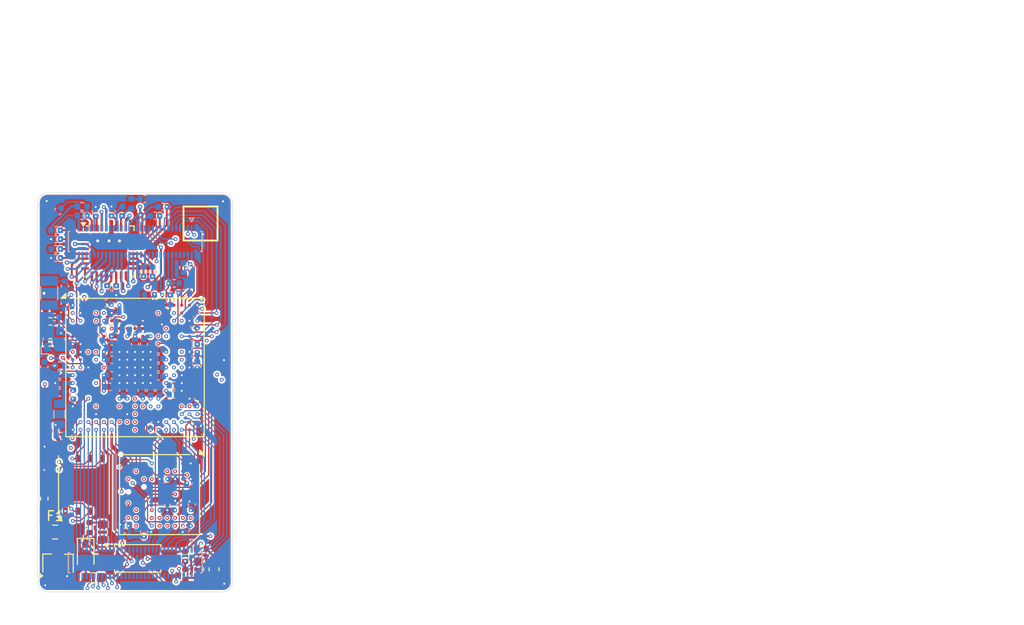
<source format=kicad_pcb>
(kicad_pcb (version 20241229) (generator "pcbnew") (generator_version "9.0")
  (layers (0 "F.Cu" signal "F.Cu (Signal)") (4 "In1.Cu" power "In1.Cu (Ground)") (6 "In2.Cu" power "In2.Cu (Power)") (8 "In3.Cu" signal "In3.Cu (Signal)") (10 "In4.Cu" power "In4.Cu(Ground)") (12 "In5.Cu" signal "In5.Cu (Signal") (14 "In6.Cu" power "In6.Cu (Ground)") (2 "B.Cu" signal "B.Cu (Signal)") (13 "F.Paste" user) (15 "B.Paste" user) (5 "F.SilkS" user "F.Silkscreen") (7 "B.SilkS" user "B.Silkscreen") (1 "F.Mask" user) (3 "B.Mask" user) (25 "Edge.Cuts" user))
  (net 0 "")
  (net 1 "/USB_D-")
  (net 2 "/USB_D+")
  (net 3 "/SWD_IO")
  (net 4 "/SWD_CLK")
  (net 5 "/SWD_SWO")
  (net 6 "/FMC_D14")
  (net 7 "/FMC_SDNRAS")
  (net 8 "/FMC_A5")
  (net 9 "/FMC_A0")
  (net 10 "+3.3V")
  (net 11 "/FMC_D15")
  (net 12 "/FMC_D1")
  (net 13 "/FMC_D3")
  (net 14 "/FMC_D11")
  (net 15 "/FMC_D7")
  (net 16 "/FMC_D9")
  (net 17 "/FMC_A10")
  (net 18 "/FMC_SDCKE0")
  (net 19 "/FMC_D8")
  (net 20 "/FMC_D13")
  (net 21 "/FMC_A3")
  (net 22 "/FMC_D0")
  (net 23 "/FMC_D10")
  (net 24 "/FMC_SDNWE")
  (net 25 "/FMC_NBL0")
  (net 26 "/FMC_D4")
  (net 27 "/FMC_A2")
  (net 28 "/FMC_A7")
  (net 29 "/FMC_NE1")
  (net 30 "/FMC_A1")
  (net 31 "/FMC_D6")
  (net 32 "/FMC_BA0")
  (net 33 "/FMC_CLK")
  (net 34 "/FMC_A9")
  (net 35 "/FMC_A11")
  (net 36 "/FMC_A12")
  (net 37 "/FMC_A8")
  (net 38 "/FMC_D5")
  (net 39 "/FMC_A4")
  (net 40 "/FMC_A6")
  (net 41 "/FMC_D12")
  (net 42 "/FMC_NBL1")
  (net 43 "/FMC_BA1")
  (net 44 "/FMC_D2")
  (net 45 "/QSPI_IO3")
  (net 46 "/QSPI_IO2")
  (net 47 "/QSPI_IO0")
  (net 48 "/QSPI_IO1")
  (net 49 "/QSPI_CLK")
  (net 50 "/QSPI_NCS")
  (net 51 "Net-(U4L-VREF+)")
  (net 52 "Net-(U4L-VREF-)")
  (net 54 "/AUX_OUT_L")
  (net 58 "+3.3VA")
  (net 61 "/AUX_OUT_R")
  (net 62 "Net-(U4H-PH0)")
  (net 64 "Net-(U4H-PH1)")
  (net 79 "/SDMMC1_D3")
  (net 80 "/SDMMC1_D1")
  (net 81 "/SDMMC1_D2")
  (net 82 "/SDMMC1_D0")
  (net 83 "/SDMMC1_CK")
  (net 84 "/VBAT")
  (net 85 "/SDMMC1_CMD")
  (net 86 "/FMC_SDNCAS")
  (net 88 "Net-(D3-A)")
  (net 90 "/I2C_SDA")
  (net 91 "/I2C_SCL")
  (net 92 "Net-(D3-K)")
  (net 93 "Net-(FB2-Pad2)")
  (net 94 "/DIN_IN_SOURCE")
  (net 95 "/DIN_IN_SINK")
  (net 96 "/SAI1_MCLK")
  (net 97 "/SAI1_SCK")
  (net 98 "/SAI1_FS")
  (net 99 "/SAI1_SD_A")
  (net 100 "/SAI1_SD_B")
  (net 102 "/DIN_OUT_SINK")
  (net 103 "Net-(IC1-AUXOUT2)")
  (net 104 "/AUX_IN_R")
  (net 105 "/AUX_IN_L")
  (net 106 "Net-(IC1-AUXOUT1)")
  (net 107 "Net-(IC1-LMICP)")
  (net 108 "Net-(IC1-LMICN)")
  (net 109 "Net-(IC1-RMICP)")
  (net 110 "Net-(IC1-RMICN)")
  (net 111 "Net-(IC1-RAUXIN)")
  (net 112 "Net-(IC1-LAUXIN)")
  (net 113 "Net-(IC1-MICBIAS)")
  (net 114 "Net-(IC1-VREF)")
  (net 125 "Net-(FB4-Pad1)")
  (net 127 "Net-(FB5-Pad1)")
  (net 128 "/DIN_OUT_SOURCE")
  (net 129 "/RST")
  (net 130 "/DIN_MIDI_RX")
  (net 131 "/DIN_MIDI_TX")
  (net 132 "/PA12{slash}4TX")
  (net 133 "/PA11{slash}4RX")
  (net 134 "/MICL")
  (net 135 "/MICR")
  (net 136 "Net-(D1-A)")
  (net 137 "Net-(D2-A)")
  (net 138 "/LED_STATUS")
  (net 139 "Net-(D4-A)")
  (net 140 "/LED_STATUS2")
  (net 141 "/3v3_GND")
  (net 142 "GND")
  (net 144 "/3v3+")
  (net 176 "/HPR")
  (net 177 "/LIN")
  (net 178 "/RIN")
  (net 179 "/SPKL")
  (net 180 "/SPKR")
  (net 181 "/HPL")
  (net 183 "/CODEC_GPIO")
  (net 184 "Net-(C1-Pad1)")
  (net 185 "Net-(C2-Pad1)")
  (net 186 "Net-(C3-Pad1)")
  (net 187 "/BOOT0")
  (net 193 "/SPI_SCK")
  (net 194 "/SPI_MOSI")
  (net 195 "/SPI_MISO")
  (net 196 "/PJ2")
  (net 197 "/PC4")
  (net 198 "/PC5")
  (net 199 "/PB1")
  (net 200 "/PJ3")
  (net 201 "/PB0")
  (net 202 "/PD12")
  (net 203 "/PD11")
  (net 204 "/PD13")
  (net 205 "/PH7")
  (net 206 "/PH8")
  (net 207 "/PB13")
  (net 208 "/PB12")
  (net 209 "Net-(D5-K)")
  (net 210 "/VDDSPK")
  (net 211 "/PA4")
  (net 212 "/PA5")
  (net 213 "/PA3")
  (net 214 "/PA2")
  (net 253 "/PA1")
  (net 255 "/PK0")
  (net 256 "/PK1")
  (net 257 "/PJ11")
  (net 258 "/PH15")
  (net 259 "/PH14")
  (net 260 "/PI0")
  (net 261 "/PH13")
  (net 262 "/PA9")
  (net 263 "/PA8")
  (net 265 "/QSPI_CS_EXP")
  (net 266 "/EXT_QSPI_DETECT")
  (net 268 "/PA7")
  (net 270 "/OSC32_IN")
  (net 271 "/OSC32_OUT")
  (footprint "Package_SO:SOIC-4_4.55x2.6mm_P1.27mm" (layer "F.Cu") (at 80.26 94.555)
    (property "Reference" "U2" (hide yes))
    (property "Value" "LTV-217-G")
  )
  (footprint "Package_DFN_QFN:QFN-32-1EP_5x5mm_P0.5mm_EP3.6x3.6mm" (layer "F.Cu") (at 77.29 63.01)
    (property "Reference" "IC1" (hide yes))
    (property "Value" "NAU88C22YG")
  )
  (footprint "LED_SMD:LED_0402_1005Metric" (layer "F.Cu") (at 71.285 69.27 180)
    (property "Reference" "D2" (hide yes))
    (property "Value" "STATUS")
  )
  (footprint "Inductor_SMD:L_0603_1608Metric" (layer "F.Cu") (at 88.1 95.6775 -90)
    (property "Reference" "FB4" (hide yes))
    (property "Value" "1K @100MHz")
  )
  (footprint "Resistor_SMD:R_0402_1005Metric" (layer "F.Cu") (at 75.3 91.39 -90)
    (property "Reference" "R7" (hide yes))
    (property "Value" "220R")
  )
  (footprint "Inductor_SMD:L_0603_1608Metric" (layer "F.Cu") (at 76.63 91.86 90)
    (property "Reference" "FB2" (hide yes))
    (property "Value" "1K @100MHz")
  )
  (footprint "LED_SMD:LED_0402_1005Metric" (layer "F.Cu") (at 70.66 86.565 -90)
    (property "Reference" "D1" (hide yes))
    (property "Value" "POWER")
  )
  (footprint "Package_BGA:Alliance_TFBGA-54_8x8mm_Layout9x9_P0.8mm" (layer "F.Cu") (at 82.5 88 -90)
    (property "Reference" "IC3" (hide yes))
    (property "Value" "IS42S16160J-6BLI")
  )
  (footprint "Fuse:Fuse_0805_2012Metric" (layer "F.Cu") (at 71.7725 91.85)
    (property "Reference" "F1")
    (property "Value" "Polyfuse")
  )
  (footprint "Package_TO_SOT_SMD:TSOT-23" (layer "F.Cu") (at 72.05 95.07 90)
    (property "Reference" "Q1" (hide yes))
    (property "Value" "PMV37EN22")
  )
  (footprint "Resistor_SMD:R_0402_1005Metric" (layer "F.Cu") (at 71.285 70.21 180)
    (property "Reference" "R15" (hide yes))
    (property "Value" "R")
  )
  (footprint "Diode_SMD:D_SOD-323" (layer "F.Cu") (at 74.9125 94.115 -90)
    (property "Reference" "D3" (hide yes))
    (property "Value" "1N4148WS")
  )
  (footprint "Resistor_SMD:R_0402_1005Metric" (layer "F.Cu") (at 85.15 96.205 90)
    (property "Reference" "R9" (hide yes))
    (property "Value" "33Ω 5% 0.5W")
  )
  (footprint "Inductor_SMD:L_0603_1608Metric" (layer "F.Cu") (at 86.51 95.6775 90)
    (property "Reference" "FB5" (hide yes))
    (property "Value" "1K @100MHz")
  )
  (footprint "Resistor_SMD:R_0402_1005Metric" (layer "F.Cu") (at 86.79 93.57)
    (property "Reference" "R8" (hide yes))
    (property "Value" "10Ω 5% 0.25W")
  )
  (footprint "Package_BGA:TFBGA-265_14x14mm_Layout17x17_P0.8mm" (layer "F.Cu") (at 79.98 74.94)
    (property "Reference" "U4" (hide yes))
    (property "Value" "STM32H750XBHx")
  )
  (footprint "Resistor_SMD:R_0402_1005Metric" (layer "F.Cu") (at 70.66 88.4175 90)
    (property "Reference" "R16" (hide yes))
    (property "Value" "R")
  )
  (footprint "Package_SON:WSON-8-1EP_6x5mm_P1.27mm_EP3.4x4.3mm" (layer "F.Cu") (at 74.73 87.0025 90)
    (property "Reference" "U1" (hide yes))
    (property "Value" "W25Q128JVP")
  )
  (footprint "Resistor_SMD:R_0402_1005Metric" (layer "F.Cu") (at 85.13 94.35 90)
    (property "Reference" "R6" (hide yes))
    (property "Value" "R")
  )
  (footprint "LED_SMD:LED_0402_1005Metric" (layer "F.Cu") (at 71.285 71.42 180)
    (property "Reference" "D4" (hide yes))
    (property "Value" "STATUS2")
  )
  (footprint "Inductor_SMD:L_0603_1608Metric" (layer "F.Cu") (at 75.7 96.535 180)
    (property "Reference" "FB3" (hide yes))
    (property "Value" "1K @100MHz")
  )
  (footprint "Resistor_SMD:R_0402_1005Metric" (layer "F.Cu") (at 71.285 72.36 180)
    (property "Reference" "R17" (hide yes))
    (property "Value" "R")
  )
  (footprint "Resistor_SMD:R_0402_1005Metric" (layer "B.Cu") (at 76.63 71.61 90)
    (property "Reference" "R1" (hide yes))
    (property "Value" "4.7k")
  )
  (footprint "Capacitor_SMD:C_0402_1005Metric" (layer "B.Cu") (at 77.58 73)
    (property "Reference" "C69" (hide yes))
    (property "Value" "10uF")
  )
  (footprint "Capacitor_SMD:C_0402_1005Metric" (layer "B.Cu") (at 85.220589 91.509411 -135)
    (property "Reference" "C13" (hide yes))
    (property "Value" "100nF")
  )
  (footprint "Capacitor_SMD:C_0402_1005Metric" (layer "B.Cu") (at 82.68 89.1 90)
    (property "Reference" "C14" (hide yes))
    (property "Value" "100nF")
  )
  (footprint "Capacitor_SMD:C_0402_1005Metric" (layer "B.Cu") (at 80.67 77.31 90)
    (property "Reference" "C61" (hide yes))
    (property "Value" "100nF")
  )
  (footprint "Capacitor_SMD:C_0402_1005Metric" (layer "B.Cu") (at 82.04 59.35 180)
    (property "Reference" "C20" (hide yes))
    (property "Value" "1uF")
  )
  (footprint "Capacitor_SMD:C_0402_1005Metric" (layer "B.Cu") (at 82.39 74.02 180)
    (property "Reference" "C57" (hide yes))
    (property "Value" "100nF")
  )
  (footprint "Resistor_SMD:R_0402_1005Metric" (layer "B.Cu") (at 84.01 66.3 180)
    (property "Reference" "R13" (hide yes))
    (property "Value" "10k")
  )
  (footprint "Resistor_SMD:R_0402_1005Metric" (layer "B.Cu") (at 74.55 58.4)
    (property "Reference" "R4" (hide yes))
    (property "Value" "2k2")
  )
  (footprint "Capacitor_SMD:C_0402_1005Metric" (layer "B.Cu") (at 77.56 58.885 90)
    (property "Reference" "C29" (hide yes))
    (property "Value" "4.7uF")
  )
  (footprint "Resistor_SMD:R_0402_1005Metric" (layer "B.Cu") (at 81.46 67.48)
    (property "Reference" "R10" (hide yes))
    (property "Value" "10k")
  )
  (footprint "Resistor_SMD:R_0402_1005Metric" (layer "B.Cu") (at 83.6 67.99 90)
    (property "Reference" "R14" (hide yes))
    (property "Value" "10k")
  )
  (footprint "Capacitor_SMD:C_0402_1005Metric" (layer "B.Cu") (at 85.82 89.03 90)
    (property "Reference" "C11" (hide yes))
    (property "Value" "100nF")
  )
  (footprint "Capacitor_SMD:C_0402_1005Metric" (layer "B.Cu") (at 78.93 91.09 180)
    (property "Reference" "C9" (hide yes))
    (property "Value" "100nF")
  )
  (footprint "Diode_SMD:D_0402_1005Metric" (layer "B.Cu") (at 78.6625 58.88 90)
    (property "Reference" "D6" (hide yes))
    (property "Value" "D")
  )
  (footprint "Capacitor_SMD:C_0402_1005Metric" (layer "B.Cu") (at 82.51 77.31 90)
    (property "Reference" "C48" (hide yes))
    (property "Value" "100nF")
  )
  (footprint "Capacitor_SMD:C_0402_1005Metric" (layer "B.Cu") (at 77.02 68.35 180)
    (property "Reference" "C37" (hide yes))
    (property "Value" "4.7uF")
  )
  (footprint "Capacitor_SMD:C_0402_1005Metric" (layer "B.Cu") (at 80.9 91.84 90)
    (property "Reference" "C35" (hide yes))
    (property "Value" "10uF")
  )
  (footprint "Crystal:Crystal_SMD_Abracon_ABM10-4Pin_2.5x2.0mm" (layer "B.Cu") (at 71.645 72.01)
    (property "Reference" "Y1" (hide yes))
    (property "Value" "Crystal_GND24")
  )
  (footprint "Capacitor_SMD:C_0402_1005Metric" (layer "B.Cu") (at 72.26 77.52 180)
    (property "Reference" "C31" (hide yes))
    (property "Value" "1uF")
  )
  (footprint "Capacitor_SMD:C_0402_1005Metric" (layer "B.Cu") (at 82.84 58.43 180)
    (property "Reference" "C21" (hide yes))
    (property "Value" "1uF")
  )
  (footprint "Capacitor_SMD:C_0402_1005Metric" (layer "B.Cu") (at 78.06 71.74)
    (property "Reference" "C62" (hide yes))
    (property "Value" "100nF")
  )
  (footprint "Capacitor_SMD:C_0402_1005Metric" (layer "B.Cu") (at 72.26 76.6 180)
    (property "Reference" "C30" (hide yes))
    (property "Value" "10nF")
  )
  (footprint "Capacitor_SMD:C_0402_1005Metric" (layer "B.Cu") (at 82.39 73.1 180)
    (property "Reference" "C51" (hide yes))
    (property "Value" "100nF")
  )
  (footprint "Capacitor_SMD:C_0402_1005Metric" (layer "B.Cu") (at 85.99 70.53 135)
    (property "Reference" "C2" (hide yes))
    (property "Value" "2.2 uF <100 mΩ ESR")
  )
  (footprint "Capacitor_SMD:C_0402_1005Metric" (layer "B.Cu") (at 71.83 63.69)
    (property "Reference" "C25" (hide yes))
    (property "Value" "1uF")
  )
  (footprint "Capacitor_SMD:C_0402_1005Metric" (layer "B.Cu") (at 72.77 66.57 90)
    (property "Reference" "C39" (hide yes))
    (property "Value" "C")
  )
  (footprint "Capacitor_SMD:C_0402_1005Metric" (layer "B.Cu") (at 77.12 67.02 -90)
    (property "Reference" "C17" (hide yes))
    (property "Value" "4.7uF")
  )
  (footprint "Resistor_SMD:R_0402_1005Metric" (layer "B.Cu") (at 79.92 71.05 180)
    (property "Reference" "R18" (hide yes))
    (property "Value" "10k")
  )
  (footprint "Capacitor_SMD:C_0402_1005Metric" (layer "B.Cu") (at 71.7 69.77)
    (property "Reference" "C46" (hide yes))
    (property "Value" "C")
  )
  (footprint "Capacitor_SMD:C_0402_1005Metric" (layer "B.Cu") (at 80.9 72.54 -90)
    (property "Reference" "C68" (hide yes))
    (property "Value" "100nF")
  )
  (footprint "Capacitor_SMD:C_0402_1005Metric" (layer "B.Cu") (at 85.89 73.47 180)
    (property "Reference" "C5" (hide yes))
    (property "Value" "100nF")
  )
  (footprint "Capacitor_SMD:C_0402_1005Metric" (layer "B.Cu") (at 86.37 74.84 -90)
    (property "Reference" "C6" (hide yes))
    (property "Value" "1uF")
  )
  (footprint "Capacitor_SMD:C_0402_1005Metric" (layer "B.Cu") (at 77.58 74.14)
    (property "Reference" "C64" (hide yes))
    (property "Value" "100nF")
  )
  (footprint "Capacitor_SMD:C_0402_1005Metric" (layer "B.Cu") (at 83.97 76.78)
    (property "Reference" "C7" (hide yes))
    (property "Value" "100nF")
  )
  (footprint "Capacitor_SMD:C_0402_1005Metric" (layer "B.Cu") (at 78.04 67.02 -90)
    (property "Reference" "C16" (hide yes))
    (property "Value" "4.7uF")
  )
  (footprint "Capacitor_SMD:C_0402_1005Metric" (layer "B.Cu") (at 71.83 60.84)
    (property "Reference" "C22" (hide yes))
    (property "Value" "1uF")
  )
  (footprint "Capacitor_SMD:C_0402_1005Metric" (layer "B.Cu") (at 70.66 74.86 90)
    (property "Reference" "C47" (hide yes))
    (property "Value" "C")
  )
  (footprint "Capacitor_SMD:C_0402_1005Metric" (layer "B.Cu") (at 85.56 86.64 45)
    (property "Reference" "C10" (hide yes))
    (property "Value" "100nF")
  )
  (footprint "Capacitor_SMD:C_0402_1005Metric" (layer "B.Cu") (at 79.98 72.54 -90)
    (property "Reference" "C56" (hide yes))
    (property "Value" "100nF")
  )
  (footprint "Capacitor_SMD:C_0402_1005Metric" (layer "B.Cu") (at 78.94 92.32 180)
    (property "Reference" "C34" (hide yes))
    (property "Value" "10uF")
  )
  (footprint "Capacitor_SMD:C_0402_1005Metric" (layer "B.Cu") (at 85.88 78.45 135)
    (property "Reference" "C60" (hide yes))
    (property "Value" "100nF")
  )
  (footprint "Capacitor_SMD:C_0402_1005Metric" (layer "B.Cu") (at 82.19 81.85 -135)
    (property "Reference" "C38" (hide yes))
    (property "Value" "4.7uF")
  )
  (footprint "Capacitor_SMD:C_0402_1005Metric" (layer "B.Cu") (at 83.97 77.71)
    (property "Reference" "C50" (hide yes))
    (property "Value" "100nF")
  )
  (footprint "Capacitor_SMD:C_0402_1005Metric" (layer "B.Cu") (at 83.03 86.41 180)
    (property "Reference" "C8" (hide yes))
    (property "Value" "100nF")
  )
  (footprint "Capacitor_SMD:C_0402_1005Metric" (layer "B.Cu") (at 72.39 81.9775)
    (property "Reference" "C32" (hide yes))
    (property "Value" "1uF")
  )
  (footprint "Capacitor_SMD:C_0402_1005Metric" (layer "B.Cu") (at 83.92 89.1 90)
    (property "Reference" "C12" (hide yes))
    (property "Value" "100nF")
  )
  (footprint "Resistor_SMD:R_0402_1005Metric" (layer "B.Cu") (at 77.51 70.21 180)
    (property "Reference" "R2" (hide yes))
    (property "Value" "4.7k")
  )
  (footprint "Capacitor_SMD:C_0402_1005Metric" (layer "B.Cu") (at 75.94 58.93 90)
    (property "Reference" "C19" (hide yes))
    (property "Value" "4.7uF")
  )
  (footprint "Capacitor_SMD:C_0402_1005Metric" (layer "B.Cu") (at 81.900589 80.839411 45)
    (property "Reference" "C1" (hide yes))
    (property "Value" "2.2 uF <100 mΩ ESR")
  )
  (footprint "Capacitor_SMD:C_0402_1005Metric" (layer "B.Cu") (at 71.83 62.77)
    (property "Reference" "C24" (hide yes))
    (property "Value" "1uF")
  )
  (footprint "Diode_SMD:D_0402_1005Metric" (layer "B.Cu") (at 79.6025 58.105 90)
    (property "Reference" "D5" (hide yes))
    (property "Value" "D")
  )
  (footprint "Capacitor_SMD:C_0402_1005Metric" (layer "B.Cu") (at 81.59 77.31 90)
    (property "Reference" "C54" (hide yes))
    (property "Value" "100nF")
  )
  (footprint "Resistor_SMD:R_0402_1005Metric" (layer "B.Cu") (at 74.55 59.34)
    (property "Reference" "R3" (hide yes))
    (property "Value" "2k2")
  )
  (footprint "Capacitor_SMD:C_0402_1005Metric" (layer "B.Cu") (at 77.41 76.93)
    (property "Reference" "C52" (hide yes))
    (property "Value" "100nF")
  )
  (footprint "Capacitor_SMD:C_0402_1005Metric" (layer "B.Cu") (at 71.83 61.76)
    (property "Reference" "C23" (hide yes))
    (property "Value" "1uF")
  )
  (footprint "Connector_Hirose_DF40:Hirose_DF40C-60DP-0.4V_2x30-1MP_P0.4mm" (layer "B.Cu") (at 80 95 180)
    (property "Reference" "J3" (hide yes))
    (property "Value" "Bottom")
  )
  (footprint "Capacitor_SMD:C_0402_1005Metric" (layer "B.Cu") (at 86.300589 69.540589 135)
    (property "Reference" "C36" (hide yes))
    (property "Value" "4.7uF")
  )
  (footprint "Capacitor_SMD:C_0402_1005Metric" (layer "B.Cu") (at 80.85 65.1 90)
    (property "Reference" "C27" (hide yes))
    (property "Value" "1uF")
  )
  (footprint "Capacitor_SMD:C_0402_1005Metric" (layer "B.Cu") (at 81.77 65.1 90)
    (property "Reference" "C26" (hide yes))
    (property "Value" "1uF")
  )
  (footprint "Resistor_SMD:R_0402_1005Metric" (layer "B.Cu") (at 72.24 74.75)
    (property "Reference" "R5" (hide yes))
    (property "Value" "10k")
  )
  (footprint "Connector_Hirose_DF40:Hirose_DF40C-60DP-0.4V_2x30-1MP_P0.4mm" (layer "B.Cu") (at 80 62 180)
    (property "Reference" "J2" (hide yes))
    (property "Value" "Top")
  )
  (footprint "Inductor_SMD:L_0805_2012Metric" (layer "B.Cu") (at 72.21 79.74 -90)
    (property "Reference" "FB1" (hide yes))
    (property "Value" "120R")
  )
  (footprint "Capacitor_SMD:C_0402_1005Metric" (layer "B.Cu") (at 85.89 72.55 180)
    (property "Reference" "C4" (hide yes))
    (property "Value" "1uF 600mΩ")
  )
  (footprint "Capacitor_SMD:C_0402_1005Metric" (layer "B.Cu") (at 73.63 77.73 -90)
    (property "Reference" "C15" (hide yes))
    (property "Value" "R")
  )
  (footprint "Capacitor_SMD:C_0402_1005Metric" (layer "B.Cu") (at 72.26 75.6775 180)
    (property "Reference" "C33" (hide yes))
    (property "Value" "100nF")
  )
  (footprint "Capacitor_SMD:C_0402_1005Metric" (layer "B.Cu") (at 77.84 69.27 180)
    (property "Reference" "C3" (hide yes))
    (property "Value" "2.2 uF <100 mΩ ESR")
  )
  (footprint "Resistor_SMD:R_0402_1005Metric" (layer "B.Cu") (at 84.96 64.68 90)
    (property "Reference" "R11" (hide yes))
    (property "Value" "10k")
  )
  (footprint "Resistor_SMD:R_0402_1005Metric" (layer "B.Cu") (at 85.06 67.32 180)
    (property "Reference" "R12" (hide yes))
    (property "Value" "10k")
  )
  (footprint "Capacitor_SMD:C_0402_1005Metric" (layer "B.Cu") (at 78.78 77.31 90)
    (property "Reference" "C67" (hide yes))
    (property "Value" "100nF")
  )
  (footprint "Capacitor_SMD:C_0402_1005Metric" (layer "B.Cu") (at 82.39 74.94 180)
    (property "Reference" "C63" (hide yes))
    (property "Value" "100nF")
  )
  (footprint "Capacitor_SMD:C_0402_1005Metric" (layer "B.Cu") (at 72.77 68.39 -90)
    (property "Reference" "C40" (hide yes))
    (property "Value" "C")
  )
  (footprint "Capacitor_SMD:C_0402_1005Metric" (layer "B.Cu") (at 82.39 75.86 180)
    (property "Reference" "C55" (hide yes))
    (property "Value" "100nF")
  )
  (footprint "Capacitor_SMD:C_0402_1005Metric" (layer "B.Cu") (at 80.9825 57.62)
    (property "Reference" "C18" (hide yes))
    (property "Value" "4.7uF")
  )
  (footprint "Capacitor_SMD:C_0402_1005Metric" (layer "B.Cu") (at 72.02 58.93 -135)
    (property "Reference" "C28" (hide yes))
    (property "Value" "4.7uF")
  )
  (footprint "Capacitor_SMD:C_0402_1005Metric" (layer "B.Cu") (at 77.58 75.74)
    (property "Reference" "C58" (hide yes))
    (property "Value" "100nF")
  )
  (footprint "Crystal:Crystal_SMD_3215-2Pin_3.2x1.5mm" (layer "B.Cu") (at 71.16 67.3 -90)
    (property "Reference" "Y3" (hide yes))
    (property "Value" "Crystal")
  )
  (gr_rect (start 84.96 58.4) (end 88.46 61.9) (stroke (width 0.2)) (fill no) (layer "F.SilkS"))
  (gr_arc (start 70 58) (mid 70.292893 57.292893) (end 71 57) (stroke (width 0.05)) (layer "Edge.Cuts"))
  (gr_arc (start 90 97) (mid 89.707107 97.707107) (end 89 98) (stroke (width 0.05)) (layer "Edge.Cuts"))
  (gr_line (start 71 57) (end 89 57) (stroke (width 0.05)) (layer "Edge.Cuts"))
  (gr_line (start 70 58) (end 70 97) (stroke (width 0.05)) (layer "Edge.Cuts"))
  (gr_arc (start 71 98) (mid 70.292893 97.707107) (end 70 97) (stroke (width 0.05)) (layer "Edge.Cuts"))
  (gr_line (start 90 97) (end 90 58) (stroke (width 0.05)) (layer "Edge.Cuts"))
  (gr_arc (start 89 57) (mid 89.707107 57.292893) (end 90 58) (stroke (width 0.05)) (layer "Edge.Cuts"))
  (gr_line (start 89 98) (end 71 98) (stroke (width 0.05)) (layer "Edge.Cuts"))
  (via (at 84.78 81.34) (size 0.4) (drill 0.2) (layers "F.Cu" "B.Cu") (net 1))
  (segment (start 85.4 93.645) (end 85.4 92.79) (width 0.127) (layer "B.Cu") (net 1))
  (segment (start 85.81 81.34) (end 87.74 83.27) (width 0.127) (layer "B.Cu") (net 1))
  (segment (start 87.74 83.27) (end 87.74 90.45) (width 0.127) (layer "B.Cu") (net 1))
  (segment (start 84.78 81.34) (end 85.81 81.34) (width 0.127) (layer "B.Cu") (net 1))
  (segment (start 85.4 92.79) (end 87.74 90.45) (width 0.127) (layer "B.Cu") (net 1))
  (via (at 84.78 80.54) (size 0.4) (drill 0.2) (layers "F.Cu" "B.Cu") (net 2))
  (segment (start 85.8 92.8) (end 88.13 90.47) (width 0.127) (layer "B.Cu") (net 2))
  (segment (start 85.48 80.54) (end 88.13 83.19) (width 0.127) (layer "B.Cu") (net 2))
  (segment (start 85.8 93.645) (end 85.8 92.8) (width 0.127) (layer "B.Cu") (net 2))
  (segment (start 84.78 80.54) (end 85.48 80.54) (width 0.127) (layer "B.Cu") (net 2))
  (segment (start 88.13 83.19) (end 88.13 90.47) (width 0.127) (layer "B.Cu") (net 2))
  (via (at 84.14 61.75) (size 0.4) (drill 0.2) (layers "F.Cu" "B.Cu") (net 3))
  (via (at 84.78 70.14) (size 0.4) (drill 0.2) (layers "F.Cu" "B.Cu") (net 3))
  (segment (start 82.2 61.11) (end 82.2 60.645) (width 0.127) (layer "B.Cu") (net 3))
  (segment (start 84.14 61.75) (end 82.84 61.75) (width 0.127) (layer "B.Cu") (net 3))
  (segment (start 82.84 61.75) (end 82.2 61.11) (width 0.127) (layer "B.Cu") (net 3))
  (via (at 83.68 62.16) (size 0.4) (drill 0.2) (layers "F.Cu" "B.Cu") (net 4))
  (via (at 83.98 69.34) (size 0.4) (drill 0.2) (layers "F.Cu" "B.Cu") (net 4))
  (segment (start 82.71 62.16) (end 81.8 61.25) (width 0.127) (layer "B.Cu") (net 4))
  (segment (start 83.68 62.16) (end 82.71 62.16) (width 0.127) (layer "B.Cu") (net 4))
  (segment (start 81.8 61.25) (end 81.8 60.645) (width 0.127) (layer "B.Cu") (net 4))
  (segment (start 82.65 65.32) (end 82.65 62.6) (width 0.2) (layer "F.Cu") (net 5))
  (segment (start 77.97 69.75) (end 78.78 69.75) (width 0.127) (layer "F.Cu") (net 5))
  (segment (start 77.58 70.14) (end 77.97 69.75) (width 0.127) (layer "F.Cu") (net 5))
  (segment (start 81.28 66.69) (end 82.65 65.32) (width 0.2) (layer "F.Cu") (net 5))
  (via (at 78.78 69.75) (size 0.4) (drill 0.2) (layers "F.Cu" "B.Cu") (net 5))
  (via (at 81.28 66.69) (size 0.45) (drill 0.2) (layers "F.Cu" "B.Cu") (net 5))
  (via (at 82.65 62.6) (size 0.4) (drill 0.2) (layers "F.Cu" "B.Cu") (net 5))
  (segment (start 81.4 61.35) (end 81.4 60.645) (width 0.127) (layer "B.Cu") (net 5))
  (segment (start 82.65 62.6) (end 81.4 61.35) (width 0.127) (layer "B.Cu") (net 5))
  (segment (start 86.0155 80.9045) (end 86.38 80.54) (width 0.127) (layer "F.Cu") (net 6))
  (segment (start 86.0155 82.27) (end 86.0155 80.9045) (width 0.127) (layer "F.Cu") (net 6))
  (via (at 84.1 85.6) (size 0.4) (drill 0.2) (layers "F.Cu" "B.Cu") (remove_unused_layers yes) (net 6))
  (via (at 86.0155 82.27) (size 0.4) (drill 0.2) (layers "F.Cu" "B.Cu") (net 6))
  (via (at 81.7 90.4) (size 0.4) (drill 0.2) (layers "F.Cu" "B.Cu") (remove_unused_layers yes) (net 7))
  (via (at 78.38 80.54) (size 0.4) (drill 0.2) (layers "F.Cu" "B.Cu") (remove_unused_layers yes) (net 7))
  (segment (start 73.1495 74.54) (end 75.58 74.54) (width 0.127) (layer "F.Cu") (net 8))
  (segment (start 75.58 74.54) (end 75.98 74.94) (width 0.127) (layer "F.Cu") (net 8))
  (segment (start 72.5495 73.94) (end 73.1495 74.54) (width 0.127) (layer "F.Cu") (net 8))
  (segment (start 78.61 86.29) (end 78.61 87.68) (width 0.127) (layer "F.Cu") (net 8))
  (segment (start 79.3 85.6) (end 78.61 86.29) (width 0.127) (layer "F.Cu") (net 8))
  (via (at 78.61 87.68) (size 0.4) (drill 0.2) (layers "F.Cu" "B.Cu") (net 8))
  (via (at 73.38 83.21) (size 0.4) (drill 0.2) (layers "F.Cu" "B.Cu") (net 8))
  (via (at 72.5495 73.94) (size 0.4) (drill 0.2) (layers "F.Cu" "B.Cu") (remove_unused_layers yes) (net 8))
  (via (at 75.98 73.34) (size 0.4) (drill 0.2) (layers "F.Cu" "B.Cu") (remove_unused_layers yes) (net 9))
  (via (at 80.1 89.6) (size 0.4) (drill 0.2) (layers "F.Cu" "B.Cu") (remove_unused_layers yes) (net 9))
  (segment (start 76.04 59.48) (end 76.04 60.56) (width 0.2) (layer "F.Cu") (net 10))
  (segment (start 77.58 71.74) (end 78.38 71.74) (width 0.4) (layer "F.Cu") (net 10))
  (segment (start 78.04 65.46) (end 78.04 66.54) (width 0.2) (layer "F.Cu") (net 10))
  (segment (start 77.54 65.46) (end 77.54 66.03) (width 0.2) (layer "F.Cu") (net 10))
  (segment (start 85.13 94.69) (end 85.13 95.675) (width 0.2) (layer "F.Cu") (net 10))
  (segment (start 85.13 95.515) (end 85.15 95.535) (width 0.2) (layer "F.Cu") (net 10))
  (segment (start 84.9 86.4) (end 84.93 86.4) (width 0.127) (layer "F.Cu") (net 10))
  (segment (start 84.93 86.4) (end 85.32 86.79) (width 0.2) (layer "F.Cu") (net 10))
  (segment (start 71.82 80.83285) (end 71.82 82.04) (width 0.4) (layer "F.Cu") (net 10))
  (segment (start 71.82 82.04) (end 72.825 83.045) (width 0.4) (layer "F.Cu") (net 10))
  (segment (start 77.54 66.03) (end 77.03 66.54) (width 0.2) (layer "F.Cu") (net 10))
  (segment (start 72.825 83.045) (end 72.825 84.3025) (width 0.4) (layer "F.Cu") (net 10))
  (via (at 83.3 86.4) (size 0.4) (drill 0.2) (layers "F.Cu" "B.Cu") (remove_unused_layers yes) (zone_layer_connections "In2.Cu") (net 10))
  (via (at 76.78 76.54) (size 0.4) (drill 0.2) (layers "F.Cu" "B.Cu") (remove_unused_layers yes) (zone_layer_connections "In2.Cu") (net 10))
  (via (at 86.38 73.34) (size 0.4) (drill 0.2) (layers "F.Cu" "B.Cu") (remove_unused_layers yes) (zone_layer_connections "In2.Cu") (net 10))
  (via (at 85.32 86.79) (size 0.4) (drill 0.2) (layers "F.Cu" "B.Cu") (remove_unused_layers yes) (zone_layer_connections "In2.Cu") (net 10))
  (via (at 82.38 81.34) (size 0.4) (drill 0.2) (layers "F.Cu" "B.Cu") (remove_unused_layers yes) (zone_layer_connections "In2.Cu") (net 10))
  (via (at 83.18 74.94) (size 0.4) (drill 0.2) (layers "F.Cu" "B.Cu") (remove_unused_layers yes) (zone_layer_connections "In2.Cu") (net 10))
  (via (at 85.13 94.83) (size 0.45) (drill 0.2) (layers "F.Cu" "B.Cu") (net 10))
  (via (at 83.18 74.14) (size 0.4) (drill 0.2) (layers "F.Cu" "B.Cu") (remove_unused_layers yes) (zone_layer_connections "In2.Cu") (net 10))
  (via (at 76.78 77.34) (size 0.4) (drill 0.2) (layers "F.Cu" "B.Cu") (remove_unused_layers yes) (zone_layer_connections "In2.Cu") (net 10))
  (via (at 76.78 73.34) (size 0.4) (drill 0.2) (layers "F.Cu" "B.Cu") (remove_unused_layers yes) (zone_layer_connections "In2.Cu") (net 10))
  (via (at 81.58 78.14) (size 0.4) (drill 0.2) (layers "F.Cu" "B.Cu") (remove_unused_layers yes) (zone_layer_connections "In2.Cu") (net 10))
  (via (at 71.82 80.83285) (size 0.4) (drill 0.2) (layers "F.Cu" "B.Cu") (remove_unused_layers yes) (zone_layer_connections "In2.Cu") (net 10))
  (via (at 76.78 74.14) (size 0.4) (drill 0.2) (layers "F.Cu" "B.Cu") (remove_unused_layers yes) (zone_layer_connections "In2.Cu") (net 10))
  (via (at 83.18 76.54) (size 0.4) (drill 0.2) (layers "F.Cu" "B.Cu") (remove_unused_layers yes) (zone_layer_connections "In2.Cu") (net 10))
  (via (at 82.38 78.14) (size 0.4) (drill 0.2) (layers "F.Cu" "B.Cu") (remove_unused_layers yes) (zone_layer_connections "In2.Cu") (net 10))
  (via (at 71.73 74.75) (size 0.4) (drill 0.2) (layers "F.Cu" "B.Cu") (remove_unused_layers yes) (zone_layer_connections "In2.Cu") (net 10))
  (via (at 77.12 66.54) (size 0.4) (drill 0.2) (layers "F.Cu" "B.Cu") (net 10))
  (via (at 83.18 75.74) (size 0.4) (drill 0.2) (layers "F.Cu" "B.Cu") (remove_unused_layers yes) (zone_layer_connections "In2.Cu") (net 10))
  (via (at 81.58 71.74) (size 0.4) (drill 0.2) (layers "F.Cu" "B.Cu") (remove_unused_layers yes) (zone_layer_connections "In2.Cu") (net 10))
  (via (at 77.58 71.74) (size 0.4) (drill 0.2) (layers "F.Cu" "B.Cu") (remove_unused_layers yes) (zone_layer_connections "In2.Cu") (net 10))
  (via (at 80.78 78.14) (size 0.4) (drill 0.2) (layers "F.Cu" "B.Cu") (remove_unused_layers yes) (zone_layer_connections "In2.Cu") (net 10))
  (via (at 86.38 70.14) (size 0.4) (drill 0.2) (layers "F.Cu" "B.Cu") (net 10))
  (via (at 85.7 91.2) (size 0.4) (drill 0.2) (layers "F.Cu" "B.Cu") (remove_unused_layers yes) (zone_layer_connections "In2.Cu") (net 10))
  (via (at 86.38 72.54) (size 0.4) (drill 0.2) (layers "F.Cu" "B.Cu") (remove_unused_layers yes) (zone_layer_connections "In2.Cu") (net 10))
  (via (at 83.18 73.34) (size 0.4) (drill 0.2) (layers "F.Cu" "B.Cu") (remove_unused_layers yes) (zone_layer_connections "In2.Cu") (net 10))
  (via (at 78.04 66.54) (size 0.45) (drill 0.2) (layers "F.Cu" "B.Cu") (net 10))
  (via (at 80.9 92.32) (size 0.45) (drill 0.2) (layers "F.Cu" "B.Cu") (net 10))
  (via (at 85.7 89.6) (size 0.4) (drill 0.2) (layers "F.Cu" "B.Cu") (remove_unused_layers yes) (zone_layer_connections "In2.Cu") (net 10))
  (via (at 84.1 89.6) (size 0.4) (drill 0.2) (layers "F.Cu" "B.Cu") (remove_unused_layers yes) (zone_layer_connections "In2.Cu") (net 10))
  (via (at 82.5 89.6) (size 0.4) (drill 0.2) (layers "F.Cu" "B.Cu") (remove_unused_layers yes) (zone_layer_connections "In2.Cu") (net 10))
  (via (at 77.58 68.54) (size 0.4) (drill 0.2) (layers "F.Cu" "B.Cu") (net 10))
  (via (at 76.78 75.74) (size 0.4) (drill 0.2) (layers "F.Cu" "B.Cu") (remove_unused_layers yes) (zone_layer_connections "In2.Cu") (net 10))
  (via (at 79.18 78.14) (size 0.4) (drill 0.2) (layers "F.Cu" "B.Cu") (remove_unused_layers yes) (zone_layer_connections "In2.Cu") (net 10))
  (via (at 83.18 77.34) (size 0.4) (drill 0.2) (layers "F.Cu" "B.Cu") (remove_unused_layers yes) (zone_layer_connections "In2.Cu") (net 10))
  (via (at 78.38 78.14) (size 0.4) (drill 0.2) (layers "F.Cu" "B.Cu") (remove_unused_layers yes) (zone_layer_connections "In2.Cu") (net 10))
  (via (at 76.78 72.54) (size 0.4) (drill 0.2) (layers "F.Cu" "B.Cu") (remove_unused_layers yes) (zone_layer_connections "In2.Cu") (net 10))
  (via (at 75.94 59.41) (size 0.45) (drill 0.2) (layers "F.Cu" "B.Cu") (net 10))
  (via (at 86.38 78.94) (size 0.4) (drill 0.2) (layers "F.Cu" "B.Cu") (remove_unused_layers yes) (zone_layer_connections "In2.Cu") (net 10))
  (via (at 79.98 71.74) (size 0.4) (drill 0.2) (layers "F.Cu" "B.Cu") (remove_unused_layers yes) (zone_layer_connections "In2.Cu") (net 10))
  (via (at 79.3 91.2) (size 0.4) (drill 0.2) (layers "F.Cu" "B.Cu") (remove_unused_layers yes) (zone_layer_connections "In2.Cu") (net 10))
  (segment (start 83.18 77.34) (end 83.18 77.4) (width 0.4) (layer "B.Cu") (net 10))
  (segment (start 79.41 91.09) (end 79.3 91.2) (width 0.4) (layer "B.Cu") (net 10))
  (segment (start 78.38 78.14) (end 78.43 78.14) (width 0.4) (layer "B.Cu") (net 10))
  (segment (start 76.78 74.14) (end 77.1 74.14) (width 0.4) (layer "B.Cu") (net 10))
  (segment (start 81.22 71.74) (end 80.9 72.06) (width 0.4) (layer "B.Cu") (net 10))
  (segment (start 79.41 92.31) (end 79.42 92.32) (width 0.4) (layer "B.Cu") (net 10))
  (segment (start 76.78 76.54) (end 76.78 76.78) (width 0.4) (layer "B.Cu") (net 10))
  (segment (start 83.18 77.4) (end 83.49 77.71) (width 0.4) (layer "B.Cu") (net 10))
  (segment (start 72.21 80.8025) (end 71.91 81.1025) (width 0.4) (layer "B.Cu") (net 10))
  (segment (start 80.78 77.9) (end 80.67 77.79) (width 0.4) (layer "B.Cu") (net 10))
  (segment (start 71.912553 80.83285) (end 71.942903 80.8025) (width 0.4) (layer "B.Cu") (net 10))
  (segment (start 76.78 75.74) (end 76.78 76.54) (width 0.4) (layer "B.Cu") (net 10))
  (segment (start 83.18 76.54) (end 83.25 76.54) (width 0.4) (layer "B.Cu") (net 10))
  (segment (start 81.58 71.74) (end 81.22 71.74) (width 0.4) (layer "B.Cu") (net 10))
  (segment (start 83.18 73.34) (end 83.18 73.22) (width 0.4) (layer "B.Cu") (net 10))
  (segment (start 79.41 91.09) (end 79.41 92.31) (width 0.4) (layer "B.Cu") (net 10))
  (segment (start 76.78 72.54) (end 77.13 72.89) (width 0.4) (layer "B.Cu") (net 10))
  (segment (start 76.78 73.34) (end 76.78 74.14) (width 0.4) (layer "B.Cu") (net 10))
  (segment (start 86.38 73.46) (end 86.37 73.47) (width 0.4) (layer "B.Cu") (net 10))
  (segment (start 76.78 75.74) (end 77.1 75.74) (width 0.4) (layer "B.Cu") (net 10))
  (segment (start 79.98 71.5) (end 80.43 71.05) (width 0.4) (layer "B.Cu") (net 10))
  (segment (start 82.38 78.14) (end 82.38 77.92) (width 0.4) (layer "B.Cu") (net 10))
  (segment (start 76.78 73.24) (end 76.78 73.34) (width 0.4) (layer "B.Cu") (net 10))
  (segment (start 71.942903 80.8025) (end 72.21 80.8025) (width 0.4) (layer "B.Cu") (net 10))
  (segment (start 76.63 72.05) (end 76.63 72.39) (width 0.4) (layer "B.Cu") (net 10))
  (segment (start 86.64 69.88) (end 86.38 70.14) (width 0.4) (layer "B.Cu") (net 10))
  (segment (start 82.38 77.92) (end 82.51 77.79) (width 0.4) (layer "B.Cu") (net 10))
  (segment (start 80.78 77.83) (end 80.74 77.79) (width 0.4) (layer "B.Cu") (net 10))
  (segment (start 82.529411 81.489411) (end 82.38 81.34) (width 0.4) (layer "B.Cu") (net 10))
  (segment (start 78.008 71.312) (end 77.58 71.74) (width 0.4) (layer "B.Cu") (net 10))
  (segment (start 71.91 81.1025) (end 71.91 81.9775) (width 0.4) (layer "B.Cu") (net 10))
  (segment (start 77.13 72.89) (end 76.78 73.24) (width 0.4) (layer "B.Cu") (net 10))
  (segment (start 86.37 74.36) (end 86.37 73.47) (width 0.4) (layer "B.Cu") (net 10))
  (segment (start 79.18 78.14) (end 79.13 78.14) (width 0.4) (layer "B.Cu") (net 10))
  (segment (start 76.78 76.78) (end 76.93 76.93) (width 0.4) (layer "B.Cu") (net 10))
  (segment (start 83.25 76.54) (end 83.49 76.78) (width 0.4) (layer "B.Cu") (net 10))
  (segment (start 79.98 71.74) (end 79.98 72.06) (width 0.4) (layer "B.Cu") (net 10))
  (segment (start 78.008 70.168) (end 78.008 71.312) (width 0.4) (layer "B.Cu") (net 10))
  (segment (start 77.98 70.14) (end 78.008 70.168) (width 0.4) (layer "B.Cu") (net 10))
  (segment (start 81.58 77.8) (end 81.59 77.79) (width 0.4) (layer "B.Cu") (net 10))
  (segment (start 79.42 92.32) (end 80.9 92.32) (width 0.4) (layer "B.Cu") (net 10))
  (segment (start 76.78 77.34) (end 76.78 76.54) (width 0.4) (layer "B.Cu") (net 10))
  (segment (start 79.98 71.74) (end 79.98 71.5) (width 0.4) (layer "B.Cu") (net 10))
  (segment (start 76.63 72.39) (end 76.78 72.54) (width 0.4) (layer "B.Cu") (net 10))
  (segment (start 80.5025 57.62) (end 79.6025 57.62) (width 0.2) (layer "B.Cu") (net 10))
  (segment (start 79.13 78.14) (end 78.78 77.79) (width 0.4) (layer "B.Cu") (net 10))
  (segment (start 76.78 77.08) (end 76.93 76.93) (width 0.4) (layer "B.Cu") (net 10))
  (segment (start 75.94 59.41) (end 76 59.47) (width 0.2) (layer "B.Cu") (net 10))
  (segment (start 86.38 73.34) (end 86.38 73.46) (width 0.4) (layer "B.Cu") (net 10))
  (segment (start 78.43 78.14) (end 78.78 77.79) (width 0.4) (layer "B.Cu") (net 10))
  (segment (start 76.78 77.34) (end 76.78 77.08) (width 0.4) (layer "B.Cu") (net 10))
  (segment (start 80.78 78.14) (end 80.78 77.9) (width 0.4) (layer "B.Cu") (net 10))
  (segment (start 75.8 59.55) (end 75.94 59.41) (width 0.2) (layer "B.Cu") (net 10))
  (segment (start 80.78 78.14) (end 80.78 77.83) (width 0.4) (layer "B.Cu") (net 10))
  (segment (start 75.8 60.645) (end 75.8 59.55) (width 0.2) (layer "B.Cu") (net 10))
  (segment (start 81.58 78.14) (end 81.58 77.8) (width 0.4) (layer "B.Cu") (net 10))
  (segment (start 83.18 73.22) (end 82.87 72.91) (width 0.4) (layer "B.Cu") (net 10))
  (segment (start 82.529411 81.510589) (end 82.529411 81.489411) (width 0.4) (layer "B.Cu") (net 10))
  (segment (start 85.3 84.09) (end 85.3 85.2) (width 0.127) (layer "F.Cu") (net 11))
  (segment (start 85.58 80.54) (end 85.21 80.91) (width 0.127) (layer "F.Cu") (net 11))
  (segment (start 85.21 84) (end 85.3 84.09) (width 0.127) (layer "F.Cu") (net 11))
  (segment (start 85.21 80.91) (end 85.21 84) (width 0.127) (layer "F.Cu") (net 11))
  (segment (start 85.3 85.2) (end 84.9 85.6) (width 0.127) (layer "F.Cu") (net 11))
  (via (at 85.7 90.4) (size 0.4) (drill 0.2) (layers "F.Cu" "B.Cu") (remove_unused_layers yes) (net 12))
  (via (at 84.78 78.94) (size 0.4) (drill 0.2) (layers "F.Cu" "B.Cu") (remove_unused_layers yes) (net 12))
  (via (at 84.1 91.2) (size 0.4) (drill 0.2) (layers "F.Cu" "B.Cu") (remove_unused_layers yes) (net 13))
  (via (at 82.38 71.74) (size 0.4) (drill 0.2) (layers "F.Cu" "B.Cu") (remove_unused_layers yes) (net 13))
  (segment (start 83.3 84.28) (end 83.3 84.8) (width 0.127) (layer "F.Cu") (net 14))
  (segment (start 80.78 81.76) (end 83.3 84.28) (width 0.127) (layer "F.Cu") (net 14))
  (segment (start 80.78 81.34) (end 80.78 81.76) (width 0.127) (layer "F.Cu") (net 14))
  (segment (start 83.28 84.78) (end 83.3 84.8) (width 0.127) (layer "F.Cu") (net 14))
  (via (at 82.5 91.2) (size 0.4) (drill 0.2) (layers "F.Cu" "B.Cu") (remove_unused_layers yes) (net 15))
  (via (at 79.98 78.14) (size 0.4) (drill 0.2) (layers "F.Cu" "B.Cu") (remove_unused_layers yes) (net 15))
  (segment (start 80.4155 82.0155) (end 80.4155 80.1045) (width 0.127) (layer "F.Cu") (net 16))
  (segment (start 80.4155 80.1045) (end 80.78 79.74) (width 0.127) (layer "F.Cu") (net 16))
  (segment (start 82.5 84.1) (end 80.4155 82.0155) (width 0.127) (layer "F.Cu") (net 16))
  (segment (start 82.5 84.8) (end 82.5 84.1) (width 0.127) (layer "F.Cu") (net 16))
  (via (at 79.18 80.54) (size 0.4) (drill 0.2) (layers "F.Cu" "B.Cu") (remove_unused_layers yes) (net 17))
  (via (at 80.1 91.2) (size 0.4) (drill 0.2) (layers "F.Cu" "B.Cu") (remove_unused_layers yes) (net 17))
  (segment (start 73.55 82.09) (end 73.97 81.67) (width 0.127) (layer "F.Cu") (net 18))
  (segment (start 73.55 82.21) (end 73.55 82.09) (width 0.127) (layer "F.Cu") (net 18))
  (segment (start 73.97 81.67) (end 73.97 78.55) (width 0.127) (layer "F.Cu") (net 18))
  (segment (start 73.97 78.55) (end 74.38 78.14) (width 0.127) (layer "F.Cu") (net 18))
  (via (at 81.7 86.4) (size 0.4) (drill 0.2) (layers "F.Cu" "B.Cu") (remove_unused_layers yes) (net 18))
  (via (at 73.55 82.21) (size 0.4) (drill 0.2) (layers "F.Cu" "B.Cu") (remove_unused_layers yes) (net 18))
  (via (at 80.9 87.21) (size 0.4) (drill 0.2) (layers "F.Cu" "B.Cu") (remove_unused_layers yes) (net 18))
  (via (at 83.3 85.6) (size 0.4) (drill 0.2) (layers "F.Cu" "B.Cu") (remove_unused_layers yes) (net 19))
  (via (at 80.78 78.94) (size 0.4) (drill 0.2) (layers "F.Cu" "B.Cu") (remove_unused_layers yes) (net 19))
  (segment (start 86.09 83.72) (end 86.09 85.21) (width 0.127) (layer "F.Cu") (net 20))
  (segment (start 85.58 83.21) (end 86.09 83.72) (width 0.127) (layer "F.Cu") (net 20))
  (segment (start 86.09 85.21) (end 85.7 85.6) (width 0.127) (layer "F.Cu") (net 20))
  (segment (start 85.58 81.34) (end 85.58 83.21) (width 0.127) (layer "F.Cu") (net 20))
  (segment (start 79.3 88.87) (end 79.3 89.6) (width 0.127) (layer "F.Cu") (net 21))
  (via (at 79.3 88.87) (size 0.4) (drill 0.2) (layers "F.Cu" "B.Cu") (remove_unused_layers yes) (net 21))
  (via (at 75.98 74.14) (size 0.4) (drill 0.2) (layers "F.Cu" "B.Cu") (net 21))
  (via (at 85.58 78.94) (size 0.4) (drill 0.2) (layers "F.Cu" "B.Cu") (remove_unused_layers yes) (net 22))
  (via (at 84.9 91.2) (size 0.4) (drill 0.2) (layers "F.Cu" "B.Cu") (remove_unused_layers yes) (net 22))
  (segment (start 80.78 80.54) (end 81.18 80.94) (width 0.127) (layer "F.Cu") (net 23))
  (segment (start 84.1 84.42) (end 84.1 84.8) (width 0.127) (layer "F.Cu") (net 23))
  (segment (start 81.18 80.94) (end 81.18 81.5) (width 0.127) (layer "F.Cu") (net 23))
  (segment (start 81.18 81.5) (end 84.1 84.42) (width 0.127) (layer "F.Cu") (net 23))
  (via (at 75.98 78.94) (size 0.4) (drill 0.2) (layers "F.Cu" "B.Cu") (remove_unused_layers yes) (net 24))
  (via (at 79.73 86.82) (size 0.4) (drill 0.2) (layers "F.Cu" "B.Cu") (net 24))
  (via (at 81.7 91.2) (size 0.4) (drill 0.2) (layers "F.Cu" "B.Cu") (net 24))
  (segment (start 81.7 91.2) (end 81.27 90.77) (width 0.127) (layer "B.Cu") (net 24))
  (segment (start 81.27 88.36) (end 79.73 86.82) (width 0.127) (layer "B.Cu") (net 24))
  (segment (start 81.27 90.77) (end 81.27 88.36) (width 0.127) (layer "B.Cu") (net 24))
  (via (at 79.3 87.71) (size 0.4) (drill 0.2) (layers "F.Cu" "B.Cu") (remove_unused_layers yes) (net 25))
  (via (at 75.98 70.14) (size 0.4) (drill 0.2) (layers "F.Cu" "B.Cu") (remove_unused_layers yes) (net 25))
  (via (at 82.5 90.4) (size 0.4) (drill 0.2) (layers "F.Cu" "B.Cu") (remove_unused_layers yes) (net 25))
  (via (at 79.98 81.34) (size 0.4) (drill 0.2) (layers "F.Cu" "B.Cu") (remove_unused_layers yes) (net 26))
  (via (at 83.3 90.4) (size 0.4) (drill 0.2) (layers "F.Cu" "B.Cu") (remove_unused_layers yes) (net 26))
  (via (at 73.58 73.34) (size 0.4) (drill 0.2) (layers "F.Cu" "B.Cu") (remove_unused_layers yes) (net 27))
  (via (at 79.3 90.4) (size 0.4) (drill 0.2) (layers "F.Cu" "B.Cu") (remove_unused_layers yes) (net 27))
  (via (at 78.38 78.94) (size 0.4) (drill 0.2) (layers "F.Cu" "B.Cu") (remove_unused_layers yes) (net 28))
  (via (at 80.1 85.6) (size 0.4) (drill 0.2) (layers "F.Cu" "B.Cu") (remove_unused_layers yes) (net 28))
  (segment (start 83.18 72.54) (end 83.11 72.47) (width 0.127) (layer "F.Cu") (net 29))
  (segment (start 80.5 90.8) (end 80.9 91.2) (width 0.127) (layer "F.Cu") (net 29))
  (segment (start 83.11 72.47) (end 82.37 72.47) (width 0.127) (layer "F.Cu") (net 29))
  (segment (start 80.5 89.27) (end 80.5 90.8) (width 0.127) (layer "F.Cu") (net 29))
  (segment (start 84.099 87.97) (end 81.8 87.97) (width 0.127) (layer "F.Cu") (net 29))
  (segment (start 81.8 87.97) (end 80.5 89.27) (width 0.127) (layer "F.Cu") (net 29))
  (via (at 82.37 72.47) (size 0.4) (drill 0.2) (layers "F.Cu" "B.Cu") (remove_unused_layers yes) (net 29))
  (via (at 84.099 87.97) (size 0.4) (drill 0.2) (layers "F.Cu" "B.Cu") (remove_unused_layers yes) (net 29))
  (via (at 80.1 90.4) (size 0.4) (drill 0.2) (layers "F.Cu" "B.Cu") (remove_unused_layers yes) (net 30))
  (via (at 75.18 73.34) (size 0.4) (drill 0.2) (layers "F.Cu" "B.Cu") (remove_unused_layers yes) (net 30))
  (via (at 79.98 78.94) (size 0.4) (drill 0.2) (layers "F.Cu" "B.Cu") (remove_unused_layers yes) (net 31))
  (via (at 83.3 91.2) (size 0.4) (drill 0.2) (layers "F.Cu" "B.Cu") (remove_unused_layers yes) (net 31))
  (segment (start 87.55 85.99) (end 84.47 89.07) (width 0.127) (layer "F.Cu") (net 32))
  (segment (start 87.02 73.76) (end 87.55 74.29) (width 0.127) (layer "F.Cu") (net 32))
  (segment (start 84.47 89.07) (end 81.43 89.07) (width 0.127) (layer "F.Cu") (net 32))
  (segment (start 87.55 74.29) (end 87.55 85.99) (width 0.127) (layer "F.Cu") (net 32))
  (segment (start 83.98 74.14) (end 84.36 73.76) (width 0.127) (layer "F.Cu") (net 32))
  (segment (start 81.43 89.07) (end 80.9 89.6) (width 0.127) (layer "F.Cu") (net 32))
  (segment (start 84.36 73.76) (end 87.02 73.76) (width 0.127) (layer "F.Cu") (net 32))
  (segment (start 85.32 85.99) (end 82.09 85.99) (width 0.127) (layer "F.Cu") (net 33))
  (segment (start 82.09 85.99) (end 81.7 85.6) (width 0.127) (layer "F.Cu") (net 33))
  (via (at 82.38 69.34) (size 0.4) (drill 0.2) (layers "F.Cu" "B.Cu") (remove_unused_layers yes) (net 33))
  (via (at 85.32 85.99) (size 0.4) (drill 0.2) (layers "F.Cu" "B.Cu") (remove_unused_layers yes) (net 33))
  (via (at 80.9 86.4) (size 0.4) (drill 0.2) (layers "F.Cu" "B.Cu") (remove_unused_layers yes) (net 34))
  (via (at 79.98 79.74) (size 0.4) (drill 0.2) (layers "F.Cu" "B.Cu") (remove_unused_layers yes) (net 34))
  (segment (start 80.5 85.2) (end 80.5 83.42) (width 0.127) (layer "F.Cu") (net 35))
  (segment (start 80.9 85.6) (end 80.5 85.2) (width 0.127) (layer "F.Cu") (net 35))
  (segment (start 79.18 82.1) (end 79.18 81.34) (width 0.127) (layer "F.Cu") (net 35))
  (segment (start 80.5 83.42) (end 79.18 82.1) (width 0.127) (layer "F.Cu") (net 35))
  (segment (start 87.21 75.17) (end 87.21 85.61) (width 0.127) (layer "F.Cu") (net 36))
  (segment (start 85.56 87.26) (end 81.76 87.26) (width 0.127) (layer "F.Cu") (net 36))
  (segment (start 85.58 74.14) (end 86.0155 74.5755) (width 0.127) (layer "F.Cu") (net 36))
  (segment (start 86.0155 74.5755) (end 86.6155 74.5755) (width 0.127) (layer "F.Cu") (net 36))
  (segment (start 86.6155 74.5755) (end 87.21 75.17) (width 0.127) (layer "F.Cu") (net 36))
  (segment (start 81.76 87.26) (end 81.3 86.8) (width 0.127) (layer "F.Cu") (net 36))
  (segment (start 81.3 86.8) (end 81.3 85.2) (width 0.127) (layer "F.Cu") (net 36))
  (segment (start 87.21 85.61) (end 85.56 87.26) (width 0.127) (layer "F.Cu") (net 36))
  (segment (start 81.3 85.2) (end 80.9 84.8) (width 0.127) (layer "F.Cu") (net 36))
  (segment (start 80.1 84.8) (end 80.1 83.87) (width 0.127) (layer "F.Cu") (net 37))
  (segment (start 80.1 83.87) (end 78.78 82.55) (width 0.127) (layer "F.Cu") (net 37))
  (segment (start 78.78 79.34) (end 79.18 78.94) (width 0.127) (layer "F.Cu") (net 37))
  (segment (start 78.78 82.55) (end 78.78 79.34) (width 0.127) (layer "F.Cu") (net 37))
  (via (at 79.98 80.54) (size 0.4) (drill 0.2) (layers "F.Cu" "B.Cu") (remove_unused_layers yes) (net 38))
  (via (at 84.1 90.4) (size 0.4) (drill 0.2) (layers "F.Cu" "B.Cu") (remove_unused_layers yes) (net 38))
  (via (at 78.505 83.875) (size 0.4) (drill 0.2) (layers "F.Cu" "B.Cu") (remove_unused_layers yes) (net 39))
  (via (at 76.78 74.94) (size 0.4) (drill 0.2) (layers "F.Cu" "B.Cu") (remove_unused_layers yes) (net 39))
  (via (at 79.3 86.4) (size 0.4) (drill 0.2) (layers "F.Cu" "B.Cu") (remove_unused_layers yes) (net 39))
  (segment (start 77.99 82.72) (end 77.99 80.13) (width 0.127) (layer "F.Cu") (net 40))
  (segment (start 77.99 80.13) (end 78.38 79.74) (width 0.127) (layer "F.Cu") (net 40))
  (segment (start 79.7 86) (end 79.7 84.43) (width 0.127) (layer "F.Cu") (net 40))
  (segment (start 80.1 86.4) (end 79.7 86) (width 0.127) (layer "F.Cu") (net 40))
  (segment (start 79.7 84.43) (end 77.99 82.72) (width 0.127) (layer "F.Cu") (net 40))
  (segment (start 81.99 80.15) (end 81.99 81.68) (width 0.127) (layer "F.Cu") (net 41))
  (segment (start 81.58 79.74) (end 81.99 80.15) (width 0.127) (layer "F.Cu") (net 41))
  (segment (start 84.9 84.59) (end 84.9 84.8) (width 0.127) (layer "F.Cu") (net 41))
  (segment (start 81.99 81.68) (end 84.9 84.59) (width 0.127) (layer "F.Cu") (net 41))
  (via (at 81.7 84.8) (size 0.4) (drill 0.2) (layers "F.Cu" "B.Cu") (remove_unused_layers yes) (net 42))
  (via (at 78.4 85.16) (size 0.4) (drill 0.2) (layers "F.Cu" "B.Cu") (remove_unused_layers yes) (net 42))
  (via (at 75.98 69.34) (size 0.4) (drill 0.2) (layers "F.Cu" "B.Cu") (remove_unused_layers yes) (net 42))
  (segment (start 81.3 84.4) (end 81.7 84.8) (width 0.127) (layer "B.Cu") (net 42))
  (segment (start 79.16 84.4) (end 81.3 84.4) (width 0.127) (layer "B.Cu") (net 42))
  (segment (start 78.4 85.16) (end 79.16 84.4) (width 0.127) (layer "B.Cu") (net 42))
  (segment (start 84.37 72.95) (end 86.94 72.95) (width 0.127) (layer "F.Cu") (net 43))
  (segment (start 85.88 90.79) (end 81.29 90.79) (width 0.127) (layer "F.Cu") (net 43))
  (segment (start 87.85 73.86) (end 87.85 88.82) (width 0.127) (layer "F.Cu") (net 43))
  (segment (start 86.94 72.95) (end 87.85 73.86) (width 0.127) (layer "F.Cu") (net 43))
  (segment (start 87.85 88.82) (end 85.88 90.79) (width 0.127) (layer "F.Cu") (net 43))
  (segment (start 83.98 73.34) (end 84.37 72.95) (width 0.127) (layer "F.Cu") (net 43))
  (segment (start 81.29 90.79) (end 80.9 90.4) (width 0.127) (layer "F.Cu") (net 43))
  (via (at 84.9 90.4) (size 0.4) (drill 0.2) (layers "F.Cu" "B.Cu") (remove_unused_layers yes) (net 44))
  (via (at 83.18 70.94) (size 0.4) (drill 0.2) (layers "F.Cu" "B.Cu") (remove_unused_layers yes) (net 44))
  (segment (start 74.095 83.665) (end 74.095 84.3025) (width 0.127) (layer "F.Cu") (net 45))
  (segment (start 74.78 76.14) (end 74.78 82.98) (width 0.127) (layer "F.Cu") (net 45))
  (segment (start 74.38 75.74) (end 74.78 76.14) (width 0.127) (layer "F.Cu") (net 45))
  (segment (start 74.095 84.3025) (end 73.53 84.3025) (width 0.127) (layer "F.Cu") (net 45))
  (segment (start 74.78 82.98) (end 74.095 83.665) (width 0.127) (layer "F.Cu") (net 45))
  (segment (start 73.53 84.3025) (end 73.3925 84.3025) (width 0.127) (layer "F.Cu") (net 45))
  (via (at 77.187891 97.6) (size 0.4) (drill 0.2) (layers "F.Cu" "B.Cu") (net 45))
  (via (at 73.53 84.3025) (size 0.4) (drill 0.2) (layers "F.Cu" "B.Cu") (net 45))
  (segment (start 77.187891 97.6) (end 77.187891 97.102891) (width 0.127) (layer "B.Cu") (net 45))
  (segment (start 77.187891 97.102891) (end 77 96.915) (width 0.127) (layer "B.Cu") (net 45))
  (segment (start 77 96.915) (end 77 96.355) (width 0.127) (layer "B.Cu") (net 45))
  (segment (start 73.58 90.69) (end 74.3775 90.69) (width 0.127) (layer "F.Cu") (net 46))
  (segment (start 71.15 82.08) (end 71.75 82.68) (width 0.127) (layer "F.Cu") (net 46))
  (segment (start 74.3775 90.69) (end 75.365 89.7025) (width 0.127) (layer "F.Cu") (net 46))
  (segment (start 71.75 88.21) (end 72.41 88.87) (width 0.127) (layer "F.Cu") (net 46))
  (segment (start 72.31 75.32) (end 71.15 76.48) (width 0.127) (layer "F.Cu") (net 46))
  (segment (start 74.5325 88.87) (end 75.365 89.7025) (width 0.127) (layer "F.Cu") (net 46))
  (segment (start 75.18 75.74) (end 74.76 75.32) (width 0.127) (layer "F.Cu") (net 46))
  (segment (start 72.41 88.87) (end 74.5325 88.87) (width 0.127) (layer "F.Cu") (net 46))
  (segment (start 71.75 82.68) (end 71.75 88.21) (width 0.127) (layer "F.Cu") (net 46))
  (segment (start 74.76 75.32) (end 72.31 75.32) (width 0.127) (layer "F.Cu") (net 46))
  (segment (start 71.15 76.48) (end 71.15 82.08) (width 0.127) (layer "F.Cu") (net 46))
  (via (at 73.58 90.69) (size 0.4) (drill 0.2) (layers "F.Cu" "B.Cu") (net 46))
  (via (at 76.748322 97.309296) (size 0.4) (drill 0.2) (layers "F.Cu" "B.Cu") (net 46))
  (segment (start 76.748322 97.309296) (end 76.748322 97.293322) (width 0.127) (layer "B.Cu") (net 46))
  (segment (start 76.6 97.145) (end 76.6 96.355) (width 0.127) (layer "B.Cu") (net 46))
  (segment (start 76.748322 97.293322) (end 76.6 97.145) (width 0.127) (layer "B.Cu") (net 46))
  (segment (start 76.635 83.675) (end 76.39 83.43) (width 0.127) (layer "F.Cu") (net 47))
  (segment (start 72.5135 85.1) (end 75.8375 85.1) (width 0.127) (layer "F.Cu") (net 47))
  (segment (start 72.18675 85.42675) (end 72.5135 85.1) (width 0.127) (layer "F.Cu") (net 47))
  (segment (start 76.39 83.43) (end 76.39 76.15) (width 0.127) (layer "F.Cu") (net 47))
  (segment (start 76.39 76.15) (end 75.98 75.74) (width 0.127) (layer "F.Cu") (net 47))
  (segment (start 75.8375 85.1) (end 76.635 84.3025) (width 0.127) (layer "F.Cu") (net 47))
  (segment (start 76.635 84.3025) (end 76.635 83.675) (width 0.127) (layer "F.Cu") (net 47))
  (via (at 72.18675 85.42675) (size 0.4) (drill 0.2) (layers "F.Cu" "B.Cu") (net 47))
  (via (at 75.6425 97.4225) (size 0.4) (drill 0.2) (layers "F.Cu" "B.Cu") (net 47))
  (segment (start 75.6425 97.4225) (end 75.8 97.265) (width 0.127) (layer "B.Cu") (net 47))
  (segment (start 75.8 97.265) (end 75.8 96.355) (width 0.127) (layer "B.Cu") (net 47))
  (segment (start 73.6825 89.7025) (end 74.095 89.7025) (width 0.127) (layer "F.Cu") (net 48))
  (segment (start 73.435 89.455) (end 73.6825 89.7025) (width 0.127) (layer "F.Cu") (net 48))
  (segment (start 71.47 88.35) (end 71.47 82.894463) (width 0.127) (layer "F.Cu") (net 48))
  (segment (start 72.218 89.098) (end 71.47 88.35) (width 0.127) (layer "F.Cu") (net 48))
  (segment (start 71.47 82.894463) (end 70.72 82.144463) (width 0.127) (layer "F.Cu") (net 48))
  (segment (start 70.72 82.144463) (end 70.72 76.66) (width 0.127) (layer "F.Cu") (net 48))
  (segment (start 73.435 89.455) (end 73.078 89.098) (width 0.127) (layer "F.Cu") (net 48))
  (segment (start 73.078 89.098) (end 72.218 89.098) (width 0.127) (layer "F.Cu") (net 48))
  (via (at 70.72 76.66) (size 0.4) (drill 0.2) (layers "F.Cu" "B.Cu") (net 48))
  (via (at 75.98 76.54) (size 0.4) (drill 0.2) (layers "F.Cu" "B.Cu") (net 48))
  (via (at 73.435 89.455) (size 0.4) (drill 0.2) (layers "F.Cu" "B.Cu") (net 48))
  (via (at 76.2 97.57) (size 0.4) (drill 0.2) (layers "F.Cu" "B.Cu") (net 48))
  (segment (start 76.2 96.48) (end 76.2 97.57) (width 0.127) (layer "B.Cu") (net 48))
  (segment (start 75.18 76.54) (end 75.59 76.95) (width 0.127) (layer "F.Cu") (net 49))
  (segment (start 72.19 84.65) (end 72.412 84.872) (width 0.127) (layer "F.Cu") (net 49))
  (segment (start 75.59 83.49) (end 75.365 83.715) (width 0.127) (layer "F.Cu") (net 49))
  (segment (start 75.365 83.715) (end 75.365 84.3025) (width 0.127) (layer "F.Cu") (net 49))
  (segment (start 72.412 84.872) (end 74.7955 84.872) (width 0.127) (layer "F.Cu") (net 49))
  (segment (start 75.59 76.95) (end 75.59 83.49) (width 0.127) (layer "F.Cu") (net 49))
  (segment (start 74.7955 84.872) (end 75.365 84.3025) (width 0.127) (layer "F.Cu") (net 49))
  (via (at 75.1 97.6) (size 0.4) (drill 0.2) (layers "F.Cu" "B.Cu") (net 49))
  (via (at 72.19 84.65) (size 0.4) (drill 0.2) (layers "F.Cu" "B.Cu") (net 49))
  (segment (start 75.1 97.6) (end 75.1 97.275) (width 0.127) (layer "B.Cu") (net 49))
  (segment (start 75.4 96.975) (end 75.4 96.355) (width 0.127) (layer "B.Cu") (net 49))
  (segment (start 75.1 97.275) (end 75.4 96.975) (width 0.127) (layer "B.Cu") (net 49))
  (via (at 72.825 89.7025) (size 0.4) (drill 0.2) (layers "F.Cu" "B.Cu") (net 50))
  (via (at 76.78 69.34) (size 0.4) (drill 0.2) (layers "F.Cu" "B.Cu") (net 50))
  (via (at 73.58 77.34) (size 0.4) (drill 0.2) (layers "F.Cu" "B.Cu") (remove_unused_layers yes) (net 51))
  (via (at 73.58 78.14) (size 0.4) (drill 0.2) (layers "F.Cu" "B.Cu") (remove_unused_layers yes) (net 52))
  (segment (start 80.6 60.07) (end 80.6 60.645) (width 0.2) (layer "B.Cu") (net 54))
  (segment (start 81.32 59.35) (end 80.6 60.07) (width 0.2) (layer "B.Cu") (net 54))
  (via (at 73.58 76.54) (size 0.4) (drill 0.2) (layers "F.Cu" "B.Cu") (remove_unused_layers yes) (net 58))
  (segment (start 72.74 78.1475) (end 72.74 77.52) (width 0.4) (layer "B.Cu") (net 58))
  (segment (start 73.5775 76.5425) (end 73.58 76.54) (width 0.4) (layer "B.Cu") (net 58))
  (segment (start 72.21 78.6775) (end 72.74 78.1475) (width 0.4) (layer "B.Cu") (net 58))
  (segment (start 72.74 77.52) (end 72.74 76.6) (width 0.4) (layer "B.Cu") (net 58))
  (segment (start 72.74 76.5425) (end 73.5775 76.5425) (width 0.4) (layer "B.Cu") (net 58))
  (segment (start 80.2 60.645) (end 80.2 59.86) (width 0.2) (layer "B.Cu") (net 61))
  (segment (start 80.2 59.86) (end 81.63 58.43) (width 0.2) (layer "B.Cu") (net 61))
  (segment (start 81.63 58.43) (end 82.19 58.43) (width 0.2) (layer "B.Cu") (net 61))
  (via (at 74.38 74.94) (size 0.4) (drill 0.2) (layers "F.Cu" "B.Cu") (remove_unused_layers yes) (net 62))
  (segment (start 73.99 73.71) (end 74.38 74.1) (width 0.127) (layer "B.Cu") (net 62))
  (segment (start 72.18 69.58) (end 72.18 71.095) (width 0.2) (layer "B.Cu") (net 62))
  (segment (start 73.1 71.54) (end 73.99 72.43) (width 0.127) (layer "B.Cu") (net 62))
  (segment (start 73.99 72.43) (end 73.99 73.71) (width 0.127) (layer "B.Cu") (net 62))
  (segment (start 74.38 74.1) (end 74.38 74.94) (width 0.127) (layer "B.Cu") (net 62))
  (segment (start 72.625 71.54) (end 73.1 71.54) (width 0.127) (layer "B.Cu") (net 62))
  (via (at 73.58 74.94) (size 0.4) (drill 0.2) (layers "F.Cu" "B.Cu") (remove_unused_layers yes) (net 64))
  (segment (start 73.58 74.94) (end 73.58 74.09) (width 0.127) (layer "B.Cu") (net 64))
  (segment (start 73.04 73.55) (end 71.735 73.55) (width 0.127) (layer "B.Cu") (net 64))
  (segment (start 70.86 72.995) (end 70.86 74.18) (width 0.127) (layer "B.Cu") (net 64))
  (segment (start 73.58 74.09) (end 73.04 73.55) (width 0.127) (layer "B.Cu") (net 64))
  (segment (start 71.735 73.55) (end 71.02 72.835) (width 0.127) (layer "B.Cu") (net 64))
  (segment (start 70.86 74.18) (end 70.66 74.38) (width 0.127) (layer "B.Cu") (net 64))
  (segment (start 71.02 72.835) (end 70.86 72.995) (width 0.127) (layer "B.Cu") (net 64))
  (segment (start 83.18 69.34) (end 83.58 68.94) (width 0.127) (layer "F.Cu") (net 79))
  (segment (start 83.58 68.94) (end 83.58 67.5) (width 0.127) (layer "F.Cu") (net 79))
  (via (at 83.58 67.5) (size 0.4) (drill 0.2) (layers "F.Cu" "B.Cu") (net 79))
  (segment (start 83 63.355) (end 83 66.92) (width 0.127) (layer "B.Cu") (net 79))
  (segment (start 83 66.92) (end 83.58 67.5) (width 0.127) (layer "B.Cu") (net 79))
  (segment (start 84.39 67.346) (end 84.453 67.283) (width 0.127) (layer "F.Cu") (net 80))
  (segment (start 84.39 71.33) (end 84.39 67.346) (width 0.127) (layer "F.Cu") (net 80))
  (segment (start 83.98 71.74) (end 84.39 71.33) (width 0.127) (layer "F.Cu") (net 80))
  (via (at 84.45 67.28) (size 0.4) (drill 0.2) (layers "F.Cu" "B.Cu") (remove_unused_layers yes) (net 80))
  (segment (start 84.01 65.94) (end 84.01 66.84) (width 0.127) (layer "B.Cu") (net 80))
  (segment (start 83.8 65.73) (end 84.01 65.94) (width 0.127) (layer "B.Cu") (net 80))
  (segment (start 83.8 63.355) (end 83.8 65.73) (width 0.127) (layer "B.Cu") (net 80))
  (segment (start 84.01 66.84) (end 84.45 67.28) (width 0.127) (layer "B.Cu") (net 80))
  (segment (start 83.18 68.54) (end 83.18 67.36) (width 0.127) (layer "F.Cu") (net 81))
  (segment (start 83.18 67.36) (end 83.18 67.06) (width 0.127) (layer "F.Cu") (net 81))
  (segment (start 83.18 66.98) (end 83.18 67.36) (width 0.127) (layer "F.Cu") (net 81))
  (segment (start 83.4 66.3) (end 83.4 66.76) (width 0.127) (layer "F.Cu") (net 81))
  (segment (start 83.4 66.76) (end 83.18 66.98) (width 0.127) (layer "F.Cu") (net 81))
  (via (at 83.4 66.3) (size 0.4) (drill 0.2) (layers "F.Cu" "B.Cu") (net 81))
  (segment (start 83.4 66.3) (end 83.4 63.355) (width 0.127) (layer "B.Cu") (net 81))
  (via (at 83.18 71.74) (size 0.4) (drill 0.2) (layers "F.Cu" "B.Cu") (net 82))
  (segment (start 82.78 69.74) (end 82.78 67.5) (width 0.127) (layer "F.Cu") (net 83))
  (segment (start 82.38 70.14) (end 82.78 69.74) (width 0.127) (layer "F.Cu") (net 83))
  (via (at 82.78 67.5) (size 0.4) (drill 0.2) (layers "F.Cu" "B.Cu") (net 83))
  (segment (start 82.6 63.355) (end 82.6 67.32) (width 0.127) (layer "B.Cu") (net 83))
  (segment (start 82.6 67.32) (end 82.78 67.5) (width 0.127) (layer "B.Cu") (net 83))
  (via (at 73.05 64.81) (size 0.4) (drill 0.2) (layers "F.Cu" "B.Cu") (net 84))
  (via (at 73.58 69.34) (size 0.4) (drill 0.2) (layers "F.Cu" "B.Cu") (net 84))
  (segment (start 74.03 64.81) (end 74.6 64.24) (width 0.2) (layer "B.Cu") (net 84))
  (segment (start 74.6 64.24) (end 74.6 63.355) (width 0.2) (layer "B.Cu") (net 84))
  (segment (start 73.05 64.81) (end 74.03 64.81) (width 0.2) (layer "B.Cu") (net 84))
  (segment (start 82.38 70.94) (end 81.99 70.55) (width 0.127) (layer "F.Cu") (net 85))
  (segment (start 81.99 70.55) (end 81.99 67.41) (width 0.127) (layer "F.Cu") (net 85))
  (via (at 82.2 64.03) (size 0.4) (drill 0.2) (layers "F.Cu" "B.Cu") (net 85))
  (via (at 81.99 67.41) (size 0.4) (drill 0.2) (layers "F.Cu" "B.Cu") (net 85))
  (segment (start 82.2 63.355) (end 82.2 64.03) (width 0.127) (layer "B.Cu") (net 85))
  (via (at 77.58 70.94) (size 0.4) (drill 0.2) (layers "F.Cu" "B.Cu") (remove_unused_layers yes) (net 86))
  (via (at 81.7 89.6) (size 0.4) (drill 0.2) (layers "F.Cu" "B.Cu") (remove_unused_layers yes) (net 86))
  (segment (start 77.01 95.19) (end 74.9375 95.19) (width 0.2) (layer "F.Cu") (net 88))
  (segment (start 74.9375 95.19) (end 74.9125 95.165) (width 0.2) (layer "F.Cu") (net 88))
  (segment (start 74.9125 95.165) (end 74.9125 96.535) (width 0.2) (layer "F.Cu") (net 88))
  (segment (start 79.8 64.82) (end 79.74 64.76) (width 0.2) (layer "F.Cu") (net 90))
  (segment (start 79.8 66.08) (end 79.8 64.82) (width 0.2) (layer "F.Cu") (net 90))
  (via (at 76.78 70.14) (size 0.4) (drill 0.2) (layers "F.Cu" "B.Cu") (net 90))
  (via (at 79.8 66.08) (size 0.45) (drill 0.2) (layers "F.Cu" "B.Cu") (net 90))
  (segment (start 79.8 66.08) (end 79.8 63.355) (width 0.2) (layer "B.Cu") (net 90))
  (segment (start 77 70.14) (end 76.78 70.14) (width 0.4) (layer "B.Cu") (net 90))
  (segment (start 79.288 66.118) (end 79.288 66.57) (width 0.2) (layer "F.Cu") (net 91))
  (segment (start 79.04 65.46) (end 79.04 65.87) (width 0.2) (layer "F.Cu") (net 91))
  (segment (start 79.04 65.87) (end 79.288 66.118) (width 0.2) (layer "F.Cu") (net 91))
  (via (at 76.78 70.94) (size 0.4) (drill 0.2) (layers "F.Cu" "B.Cu") (net 91))
  (via (at 79.288 66.57) (size 0.45) (drill 0.2) (layers "F.Cu" "B.Cu") (net 91))
  (segment (start 79.288 64.122) (end 79.4 64.01) (width 0.2) (layer "B.Cu") (net 91))
  (segment (start 76.63 71.03) (end 76.69 71.03) (width 0.4) (layer "B.Cu") (net 91))
  (segment (start 79.4 64.01) (end 79.4 63.355) (width 0.2) (layer "B.Cu") (net 91))
  (segment (start 79.288 66.57) (end 79.288 64.122) (width 0.2) (layer "B.Cu") (net 91))
  (segment (start 76.69 71.03) (end 76.78 70.94) (width 0.4) (layer "B.Cu") (net 91))
  (segment (start 74.975 93.065) (end 75.83 93.92) (width 0.2) (layer "F.Cu") (net 92))
  (segment (start 74.9125 93.065) (end 74.9125 92.2875) (width 0.2) (layer "F.Cu") (net 92))
  (segment (start 75.83 93.92) (end 77.01 93.92) (width 0.2) (layer "F.Cu") (net 92))
  (segment (start 74.9125 93.065) (end 74.975 93.065) (width 0.2) (layer "F.Cu") (net 92))
  (segment (start 74.9125 92.2875) (end 75.3 91.9) (width 0.2) (layer "F.Cu") (net 92))
  (segment (start 75.3 90.88) (end 76.4375 90.88) (width 0.2) (layer "F.Cu") (net 93))
  (segment (start 76.4375 90.88) (end 76.63 91.0725) (width 0.2) (layer "F.Cu") (net 93))
  (segment (start 79.63 94.84) (end 78.09 93.3) (width 0.2) (layer "F.Cu") (net 94))
  (segment (start 78.09 93.3) (end 77.2825 93.3) (width 0.2) (layer "F.Cu") (net 94))
  (segment (start 77.2825 93.3) (end 76.63 92.6475) (width 0.2) (layer "F.Cu") (net 94))
  (via (at 79.63 94.84) (size 0.4) (drill 0.2) (layers "F.Cu" "B.Cu") (net 94))
  (segment (start 79.63 94.84) (end 79.63 94.53) (width 0.127) (layer "B.Cu") (net 94))
  (segment (start 79.8 94.36) (end 79.8 93.645) (width 0.127) (layer "B.Cu") (net 94))
  (segment (start 79.63 94.53) (end 79.8 94.36) (width 0.127) (layer "B.Cu") (net 94))
  (segment (start 77.785 96.535) (end 76.4875 96.535) (width 0.2) (layer "F.Cu") (net 95))
  (segment (start 79.16 95.16) (end 77.785 96.535) (width 0.2) (layer "F.Cu") (net 95))
  (via (at 79.16 95.16) (size 0.4) (drill 0.2) (layers "F.Cu" "B.Cu") (net 95))
  (segment (start 79.16 94.44) (end 79.4 94.2) (width 0.127) (layer "B.Cu") (net 95))
  (segment (start 79.4 94.2) (end 79.4 93.645) (width 0.127) (layer "B.Cu") (net 95))
  (segment (start 79.16 95.16) (end 79.16 94.44) (width 0.127) (layer "B.Cu") (net 95))
  (segment (start 76.561053 67.10512) (end 76.54 67.084067) (width 0.2) (layer "F.Cu") (net 96))
  (segment (start 76.54 67.084067) (end 76.54 65.46) (width 0.2) (layer "F.Cu") (net 96))
  (segment (start 74.77 69.73) (end 74.77 67.7) (width 0.127) (layer "F.Cu") (net 96))
  (segment (start 75.18 70.14) (end 74.77 69.73) (width 0.127) (layer "F.Cu") (net 96))
  (via (at 76.561053 67.10512) (size 0.45) (drill 0.2) (layers "F.Cu" "B.Cu") (net 96))
  (via (at 74.77 67.7) (size 0.45) (drill 0.2) (layers "F.Cu" "B.Cu") (net 96))
  (segment (start 76.54 66.31) (end 78.2 64.65) (width 0.2) (layer "B.Cu") (net 96))
  (segment (start 76.54 67.084067) (end 76.54 66.31) (width 0.2) (layer "B.Cu") (net 96))
  (segment (start 78.2 64.65) (end 78.2 63.355) (width 0.2) (layer "B.Cu") (net 96))
  (segment (start 76.561053 67.10512) (end 76.54 67.084067) (width 0.2) (layer "B.Cu") (net 96))
  (segment (start 73.15 70.51) (end 73.58 70.94) (width 0.127) (layer "F.Cu") (net 97))
  (segment (start 74.84 64.76) (end 74.84 66.09) (width 0.2) (layer "F.Cu") (net 97))
  (segment (start 73.15 67.78) (end 73.15 70.51) (width 0.127) (layer "F.Cu") (net 97))
  (segment (start 73.445 67.485) (end 73.15 67.78) (width 0.127) (layer "F.Cu") (net 97))
  (via (at 73.445 67.485) (size 0.4) (drill 0.2) (layers "F.Cu" "B.Cu") (net 97))
  (via (at 74.84 66.09) (size 0.4) (drill 0.2) (layers "F.Cu" "B.Cu") (net 97))
  (segment (start 77 63.93) (end 77 63.355) (width 0.2) (layer "B.Cu") (net 97))
  (segment (start 74.84 66.09) (end 77 63.93) (width 0.2) (layer "B.Cu") (net 97))
  (segment (start 73.91 66.38) (end 73.91 66.39) (width 0.127) (layer "F.Cu") (net 98))
  (segment (start 73.99 66.3) (end 73.99 64.7) (width 0.2) (layer "F.Cu") (net 98))
  (segment (start 74.43 64.26) (end 74.84 64.26) (width 0.2) (layer "F.Cu") (net 98))
  (segment (start 73.99 66.3) (end 73.91 66.38) (width 0.127) (layer "F.Cu") (net 98))
  (segment (start 73.91 66.39) (end 73.97 66.45) (width 0.127) (layer "F.Cu") (net 98))
  (segment (start 73.99 64.7) (end 74.43 64.26) (width 0.2) (layer "F.Cu") (net 98))
  (segment (start 73.97 70.53) (end 74.38 70.94) (width 0.127) (layer "F.Cu") (net 98))
  (segment (start 73.97 66.45) (end 73.97 70.53) (width 0.127) (layer "F.Cu") (net 98))
  (via (at 73.99 66.3) (size 0.4) (drill 0.2) (layers "F.Cu" "B.Cu") (net 98))
  (segment (start 76.6 63.69) (end 76.6 63.355) (width 0.2) (layer "B.Cu") (net 98))
  (segment (start 73.99 66.3) (end 76.6 63.69) (width 0.2) (layer "B.Cu") (net 98))
  (segment (start 76.04 65.46) (end 76.04 67.54) (width 0.2) (layer "F.Cu") (net 99))
  (segment (start 76.78 71.74) (end 76.38 71.34) (width 0.127) (layer "F.Cu") (net 99))
  (segment (start 76.38 71.34) (end 76.38 67.88) (width 0.127) (layer "F.Cu") (net 99))
  (segment (start 76.04 67.54) (end 76.38 67.88) (width 0.2) (layer "F.Cu") (net 99))
  (segment (start 76.04 65.46) (end 76.04 66.61) (width 0.2) (layer "F.Cu") (net 99))
  (via (at 76.04 66.61) (size 0.4) (drill 0.2) (layers "F.Cu" "B.Cu") (net 99))
  (segment (start 77.8 64.52) (end 77.8 63.355) (width 0.2) (layer "B.Cu") (net 99))
  (segment (start 76.04 66.28) (end 77.8 64.52) (width 0.2) (layer "B.Cu") (net 99))
  (segment (start 76.04 66.61) (end 76.04 66.28) (width 0.2) (layer "B.Cu") (net 99))
  (segment (start 75.54 65.46) (end 75.54 66.2) (width 0.2) (layer "F.Cu") (net 100))
  (segment (start 75.54 65.46) (end 75.54 67.58) (width 0.2) (layer "F.Cu") (net 100))
  (segment (start 75.18 70.94) (end 75.55 70.57) (width 0.127) (layer "F.Cu") (net 100))
  (segment (start 75.547843 66.207843) (end 75.54 66.215686) (width 0.2) (layer "F.Cu") (net 100))
  (segment (start 75.54 66.2) (end 75.547843 66.207843) (width 0.2) (layer "F.Cu") (net 100))
  (segment (start 75.55 70.57) (end 75.55 67.59) (width 0.127) (layer "F.Cu") (net 100))
  (via (at 75.547843 66.207843) (size 0.4) (drill 0.2) (layers "F.Cu" "B.Cu") (net 100))
  (segment (start 77.4 64.355686) (end 77.4 63.355) (width 0.2) (layer "B.Cu") (net 100))
  (segment (start 75.547843 66.207843) (end 77.4 64.355686) (width 0.2) (layer "B.Cu") (net 100))
  (segment (start 80.79 95.01) (end 80.92 95.01) (width 0.127) (layer "F.Cu") (net 102))
  (segment (start 87.155 97.41) (end 88.1 96.465) (width 0.127) (layer "F.Cu") (net 102))
  (segment (start 83.32 97.41) (end 87.155 97.41) (width 0.127) (layer "F.Cu") (net 102))
  (segment (start 80.92 95.01) (end 83.32 97.41) (width 0.127) (layer "F.Cu") (net 102))
  (via (at 80.79 95.01) (size 0.4) (drill 0.2) (layers "F.Cu" "B.Cu") (net 102))
  (segment (start 80.79 94.62) (end 80.6 94.43) (width 0.127) (layer "B.Cu") (net 102))
  (segment (start 80.6 94.43) (end 80.6 93.645) (width 0.127) (layer "B.Cu") (net 102))
  (segment (start 80.79 95.01) (end 80.79 94.62) (width 0.127) (layer "B.Cu") (net 102))
  (segment (start 80.67 62.26) (end 79.74 62.26) (width 0.2) (layer "F.Cu") (net 103))
  (segment (start 82.52 60.41) (end 80.67 62.26) (width 0.2) (layer "F.Cu") (net 103))
  (segment (start 82.52 59.35) (end 82.52 60.41) (width 0.2) (layer "F.Cu") (net 103))
  (via (at 82.52 59.35) (size 0.4) (drill 0.2) (layers "F.Cu" "B.Cu") (net 103))
  (segment (start 81.4 64.3) (end 81.83 64.73) (width 0.127) (layer "B.Cu") (net 104))
  (segment (start 81.4 63.355) (end 81.4 64.3) (width 0.127) (layer "B.Cu") (net 104))
  (segment (start 81 64.47) (end 81 63.355) (width 0.2) (layer "B.Cu") (net 105))
  (segment (start 80.85 64.62) (end 81 64.47) (width 0.2) (layer "B.Cu") (net 105))
  (segment (start 83.24 60.31) (end 80.79 62.76) (width 0.2) (layer "F.Cu") (net 106))
  (segment (start 80.79 62.76) (end 79.74 62.76) (width 0.2) (layer "F.Cu") (net 106))
  (segment (start 83.24 58.43) (end 83.24 60.31) (width 0.2) (layer "F.Cu") (net 106))
  (via (at 83.24 58.43) (size 0.4) (drill 0.2) (layers "F.Cu" "B.Cu") (net 106))
  (segment (start 74.84 61.26) (end 74.06 61.26) (width 0.2) (layer "F.Cu") (net 107))
  (segment (start 73.64 60.84) (end 72.31 60.84) (width 0.2) (layer "F.Cu") (net 107))
  (segment (start 74.06 61.26) (end 73.64 60.84) (width 0.2) (layer "F.Cu") (net 107))
  (via (at 72.31 60.84) (size 0.45) (drill 0.2) (layers "F.Cu" "B.Cu") (net 107))
  (segment (start 74.84 61.76) (end 72.31 61.76) (width 0.2) (layer "F.Cu") (net 108))
  (via (at 72.31 61.76) (size 0.45) (drill 0.2) (layers "F.Cu" "B.Cu") (net 108))
  (segment (start 74.84 62.76) (end 74.83 62.77) (width 0.2) (layer "F.Cu") (net 109))
  (segment (start 74.83 62.77) (end 72.31 62.77) (width 0.2) (layer "F.Cu") (net 109))
  (via (at 72.31 62.77) (size 0.45) (drill 0.2) (layers "F.Cu" "B.Cu") (net 109))
  (segment (start 73.19 63.69) (end 72.31 63.69) (width 0.2) (layer "F.Cu") (net 110))
  (segment (start 73.62 63.26) (end 73.19 63.69) (width 0.2) (layer "F.Cu") (net 110))
  (segment (start 74.84 63.26) (end 73.62 63.26) (width 0.2) (layer "F.Cu") (net 110))
  (via (at 72.31 63.69) (size 0.45) (drill 0.2) (layers "F.Cu" "B.Cu") (net 110))
  (segment (start 79.74 63.26) (end 80.64 63.26) (width 0.2) (layer "F.Cu") (net 111))
  (segment (start 81.77 64.39) (end 81.77 65.58) (width 0.2) (layer "F.Cu") (net 111))
  (segment (start 80.64 63.26) (end 81.77 64.39) (width 0.2) (layer "F.Cu") (net 111))
  (via (at 81.77 65.58) (size 0.4) (drill 0.2) (layers "F.Cu" "B.Cu") (remove_unused_layers yes) (net 111))
  (segment (start 80.24 63.76) (end 80.85 64.37) (width 0.2) (layer "F.Cu") (net 112))
  (segment (start 79.74 63.76) (end 80.24 63.76) (width 0.2) (layer "F.Cu") (net 112))
  (segment (start 80.85 64.37) (end 80.85 65.58) (width 0.2) (layer "F.Cu") (net 112))
  (via (at 80.85 65.58) (size 0.4) (drill 0.2) (layers "F.Cu" "B.Cu") (net 112))
  (segment (start 75.54 59.82) (end 75.54 60.56) (width 0.2) (layer "F.Cu") (net 113))
  (segment (start 75.06 59.34) (end 75.02 59.38) (width 0.2) (layer "F.Cu") (net 113))
  (segment (start 75.1 59.38) (end 75.54 59.82) (width 0.2) (layer "F.Cu") (net 113))
  (segment (start 75.02 59.38) (end 75.1 59.38) (width 0.2) (layer "F.Cu") (net 113))
  (via (at 75.06 59.34) (size 0.4) (drill 0.2) (layers "F.Cu" "B.Cu") (net 113))
  (segment (start 75.06 58.4) (end 75.06 59.34) (width 0.127) (layer "B.Cu") (net 113))
  (segment (start 74.5755 57.9155) (end 73.0345 57.9155) (width 0.127) (layer "B.Cu") (net 113))
  (segment (start 75.06 58.4) (end 74.5755 57.9155) (width 0.127) (layer "B.Cu") (net 113))
  (segment (start 73.0345 57.9155) (end 72.359411 58.590589) (width 0.127) (layer "B.Cu") (net 113))
  (segment (start 78.04 59.74) (end 77.77 59.47) (width 0.2) (layer "F.Cu") (net 114))
  (segment (start 78.04 60.56) (end 78.04 59.74) (width 0.2) (layer "F.Cu") (net 114))
  (via (at 77.56 59.365) (size 0.4) (drill 0.2) (layers "F.Cu" "B.Cu") (net 114))
  (segment (start 88.1 94.37) (end 88.1 94.89) (width 0.2) (layer "F.Cu") (net 125))
  (segment (start 87.3 93.57) (end 88.1 94.37) (width 0.2) (layer "F.Cu") (net 125))
  (segment (start 86.42 96.555) (end 86.51 96.465) (width 0.2) (layer "F.Cu") (net 127))
  (segment (start 85.15 96.555) (end 86.42 96.555) (width 0.2) (layer "F.Cu") (net 127))
  (segment (start 86.51 94.89) (end 85.97 94.35) (width 0.127) (layer "F.Cu") (net 128))
  (segment (start 84.37 94.61) (end 81.27 94.61) (width 0.127) (layer "F.Cu") (net 128))
  (segment (start 85.97 94.35) (end 84.63 94.35) (width 0.127) (layer "F.Cu") (net 128))
  (segment (start 84.63 94.35) (end 84.37 94.61) (width 0.127) (layer "F.Cu") (net 128))
  (via (at 81.27 94.61) (size 0.4) (drill 0.2) (layers "F.Cu" "B.Cu") (net 128))
  (segment (start 81.27 94.61) (end 81.27 94.46) (width 0.127) (layer "B.Cu") (net 128))
  (segment (start 81 94.19) (end 81 93.645) (width 0.127) (layer "B.Cu") (net 128))
  (segment (start 81.27 94.46) (end 81 94.19) (width 0.127) (layer "B.Cu") (net 128))
  (via (at 71.34 73.98) (size 0.4) (drill 0.2) (layers "F.Cu" "B.Cu") (net 129))
  (via (at 72.98 64.16) (size 0.45) (drill 0.2) (layers "F.Cu" "B.Cu") (net 129))
  (via (at 73.58 75.74) (size 0.4) (drill 0.2) (layers "F.Cu" "B.Cu") (remove_unused_layers yes) (net 129))
  (segment (start 72.98 64.16) (end 73.88 64.16) (width 0.2) (layer "B.Cu") (net 129))
  (segment (start 71.34 73.98) (end 71.98 73.98) (width 0.2) (layer "B.Cu") (net 129))
  (segment (start 72.74 75.6775) (end 72.8025 75.74) (width 0.4) (layer "B.Cu") (net 129))
  (segment (start 74.2 63.84) (end 74.2 63.355) (width 0.2) (layer "B.Cu") (net 129))
  (segment (start 71.98 73.98) (end 72.75 74.75) (width 0.2) (layer "B.Cu") (net 129))
  (segment (start 73.88 64.16) (end 74.2 63.84) (width 0.2) (layer "B.Cu") (net 129))
  (segment (start 72.8025 75.74) (end 73.58 75.74) (width 0.4) (layer "B.Cu") (net 129))
  (segment (start 72.74 74.7575) (end 72.74 75.6775) (width 0.4) (layer "B.Cu") (net 129))
  (segment (start 84.49 93.84) (end 84.41 93.92) (width 0.2) (layer "F.Cu") (net 130))
  (segment (start 84.41 93.92) (end 83.51 93.92) (width 0.2) (layer "F.Cu") (net 130))
  (segment (start 85.13 93.84) (end 84.49 93.84) (width 0.2) (layer "F.Cu") (net 130))
  (segment (start 87.73 92.27) (end 86.7 92.27) (width 0.2) (layer "F.Cu") (net 130))
  (segment (start 86.7 92.27) (end 85.13 93.84) (width 0.2) (layer "F.Cu") (net 130))
  (via (at 87.73 92.27) (size 0.4) (drill 0.2) (layers "F.Cu" "B.Cu") (net 130))
  (via (at 82.38 78.94) (size 0.4) (drill 0.2) (layers "F.Cu" "B.Cu") (net 130))
  (segment (start 86.76 93.03) (end 86.28 93.51) (width 0.2) (layer "F.Cu") (net 131))
  (segment (start 86.28 93.51) (end 86.28 93.57) (width 0.2) (layer "F.Cu") (net 131))
  (via (at 86.76 93.03) (size 0.4) (drill 0.2) (layers "F.Cu" "B.Cu") (net 131))
  (via (at 81.58 78.94) (size 0.4) (drill 0.2) (layers "F.Cu" "B.Cu") (net 131))
  (segment (start 87.26 72.17) (end 86.01 72.17) (width 0.127) (layer "F.Cu") (net 132))
  (segment (start 87.27 72.18) (end 87.26 72.17) (width 0.127) (layer "F.Cu") (net 132))
  (segment (start 87.34 72.18) (end 87.27 72.18) (width 0.127) (layer "F.Cu") (net 132))
  (segment (start 86.01 72.17) (end 85.58 71.74) (width 0.127) (layer "F.Cu") (net 132))
  (via (at 87.34 72.18) (size 0.4) (drill 0.2) (layers "F.Cu" "B.Cu") (net 132))
  (via (at 85.4 61.22) (size 0.4) (drill 0.2) (layers "F.Cu" "B.Cu") (net 132))
  (segment (start 85.4 61.22) (end 85.4 60.645) (width 0.127) (layer "B.Cu") (net 132))
  (segment (start 87.87 71.74) (end 86.38 71.74) (width 0.127) (layer "F.Cu") (net 133))
  (via (at 86.06 61.31) (size 0.4) (drill 0.2) (layers "F.Cu" "B.Cu") (net 133))
  (via (at 87.87 71.74) (size 0.4) (drill 0.2) (layers "F.Cu" "B.Cu") (net 133))
  (segment (start 86.06 61.31) (end 85.8 61.05) (width 0.127) (layer "B.Cu") (net 133))
  (segment (start 85.8 61.05) (end 85.8 60.645) (width 0.127) (layer "B.Cu") (net 133))
  (segment (start 74.589 60.634) (end 74.589 58.949) (width 0.2) (layer "B.Cu") (net 134))
  (segment (start 74.6 60.645) (end 74.589 60.634) (width 0.2) (layer "B.Cu") (net 134))
  (segment (start 74.589 58.949) (end 74.04 58.4) (width 0.2) (layer "B.Cu") (net 134))
  (segment (start 71.35 60.84) (end 71.35 60.49) (width 0.2) (layer "B.Cu") (net 134))
  (segment (start 73.44 58.4) (end 74.04 58.4) (width 0.2) (layer "B.Cu") (net 134))
  (segment (start 71.35 60.49) (end 73.44 58.4) (width 0.2) (layer "B.Cu") (net 134))
  (segment (start 71.83 60.504492) (end 71.83 62.29) (width 0.127) (layer "B.Cu") (net 135))
  (segment (start 74.04 59.34) (end 72.994492 59.34) (width 0.127) (layer "B.Cu") (net 135))
  (segment (start 74.04 59.34) (end 74.2 59.5) (width 0.127) (layer "B.Cu") (net 135))
  (segment (start 74.2 59.5) (end 74.2 60.645) (width 0.2) (layer "B.Cu") (net 135))
  (segment (start 72.994492 59.34) (end 71.83 60.504492) (width 0.127) (layer "B.Cu") (net 135))
  (segment (start 71.83 62.29) (end 71.35 62.77) (width 0.127) (layer "B.Cu") (net 135))
  (segment (start 70.66 87.05) (end 70.66 87.9075) (width 0.2) (layer "F.Cu") (net 136))
  (segment (start 70.8 69.27) (end 70.8 70.185) (width 0.2) (layer "F.Cu") (net 137))
  (segment (start 70.8 70.185) (end 70.775 70.21) (width 0.2) (layer "F.Cu") (net 137))
  (segment (start 72.17 70.21) (end 71.795 70.21) (width 0.127) (layer "F.Cu") (net 138))
  (segment (start 75.18 71.74) (end 74.74 71.3) (width 0.127) (layer "F.Cu") (net 138))
  (segment (start 73.26 71.3) (end 72.17 70.21) (width 0.127) (layer "F.Cu") (net 138))
  (segment (start 74.74 71.3) (end 73.26 71.3) (width 0.127) (layer "F.Cu") (net 138))
  (segment (start 70.775 72.335) (end 70.8 72.36) (width 0.2) (layer "F.Cu") (net 139))
  (segment (start 70.775 71.42) (end 70.775 72.335) (width 0.2) (layer "F.Cu") (net 139))
  (segment (start 73.98 72.14) (end 72.015 72.14) (width 0.127) (layer "F.Cu") (net 140))
  (segment (start 74.38 71.74) (end 73.98 72.14) (width 0.127) (layer "F.Cu") (net 140))
  (segment (start 72.015 72.14) (end 71.795 72.36) (width 0.127) (layer "F.Cu") (net 140))
  (segment (start 83.18 70.14) (end 83.11 70.14) (width 0.2) (layer "F.Cu") (net 142))
  (segment (start 79.74 61.26) (end 79.04 61.26) (width 0.2) (layer "F.Cu") (net 142))
  (segment (start 77.54 62.76) (end 77.29 63.01) (width 0.2) (layer "F.Cu") (net 142))
  (segment (start 77.04 65.46) (end 77.04 63.26) (width 0.2) (layer "F.Cu") (net 142))
  (segment (start 83.11 70.14) (end 82.74 70.51) (width 0.2) (layer "F.Cu") (net 142))
  (segment (start 86.38 81.3) (end 86.75 80.93) (width 0.2) (layer "F.Cu") (net 142))
  (segment (start 86.38 81.34) (end 86.38 81.3) (width 0.127) (layer "F.Cu") (net 142))
  (segment (start 78.405 61.895) (end 77.29 63.01) (width 0.2) (layer "F.Cu") (net 142))
  (segment (start 77.04 63.26) (end 77.29 63.01) (width 0.2) (layer "F.Cu") (net 142))
  (segment (start 79.74 64.26) (end 78.54 64.26) (width 0.2) (layer "F.Cu") (net 142))
  (segment (start 77.54 60.56) (end 77.54 62.29) (width 0.2) (layer "F.Cu") (net 142))
  (segment (start 77.54 62.29) (end 77.54 62.76) (width 0.2) (layer "F.Cu") (net 142))
  (segment (start 79.04 61.26) (end 78.405 61.895) (width 0.2) (layer "F.Cu") (net 142))
  (segment (start 78.54 64.26) (end 77.29 63.01) (width 0.2) (layer "F.Cu") (net 142))
  (via (at 85.7 86.4) (size 0.4) (drill 0.2) (layers "F.Cu" "B.Cu") (remove_unused_layers yes) (zone_layer_connections "F.Cu" "In1.Cu" "In4.Cu" "In6.Cu" "B.Cu") (net 142))
  (via (at 86.38 68.54) (size 0.4) (drill 0.2) (layers "F.Cu" "B.Cu") (remove_unused_layers yes) (zone_layer_connections "F.Cu" "In1.Cu" "In4.Cu" "In6.Cu" "B.Cu") (net 142))
  (via (at 80.78 75.74) (size 0.4) (drill 0.2) (layers "F.Cu" "B.Cu") (remove_unused_layers yes) (zone_layer_connections "F.Cu" "In1.Cu" "In4.Cu" "In6.Cu" "B.Cu") (net 142))
  (via (at 85.57 88.71) (size 0.4) (drill 0.2) (layers "F.Cu" "B.Cu") (net 142))
  (via (at 81.58 73.34) (size 0.4) (drill 0.2) (layers "F.Cu" "B.Cu") (remove_unused_layers yes) (zone_layer_connections "F.Cu" "In1.Cu" "In4.Cu" "In6.Cu" "B.Cu") (net 142))
  (via (at 80.78 74.14) (size 0.4) (drill 0.2) (layers "F.Cu" "B.Cu") (remove_unused_layers yes) (zone_layer_connections "F.Cu" "In1.Cu" "In4.Cu" "In6.Cu" "B.Cu") (net 142))
  (via (at 84.78 75.74) (size 0.4) (drill 0.2) (layers "F.Cu" "B.Cu") (remove_unused_layers yes) (zone_layer_connections "F.Cu" "In1.Cu" "In4.Cu" "In6.Cu" "B.Cu") (net 142))
  (via (at 86.94 61.26) (size 0.4) (drill 0.2) (layers "F.Cu" "B.Cu") (net 142))
  (via (at 79.98 74.14) (size 0.4) (drill 0.2) (layers "F.Cu" "B.Cu") (remove_unused_layers yes) (zone_layer_connections "F.Cu" "In1.Cu" "In4.Cu" "In6.Cu" "B.Cu") (net 142))
  (via (at 74.38 72.54) (size 0.4) (drill 0.2) (layers "F.Cu" "B.Cu") (remove_unused_layers yes) (zone_layer_connections "F.Cu" "In1.Cu" "In4.Cu" "In6.Cu" "B.Cu") (net 142))
  (via (at 75.94 58.45) (size 0.45) (drill 0.2) (layers "F.Cu" "B.Cu") (net 142))
  (via (at 77.32 61.93) (size 0.5) (drill 0.3) (layers "F.Cu" "B.Cu") (net 142))
  (via (at 79.18 79.74) (size 0.4) (drill 0.2) (layers "F.Cu" "B.Cu") (remove_unused_layers yes) (zone_layer_connections "F.Cu" "In1.Cu" "In4.Cu" "In6.Cu" "B.Cu") (net 142))
  (via (at 78.04 67.5) (size 0.45) (drill 0.2) (layers "F.Cu" "B.Cu") (net 142))
  (via (at 81.58 74.94) (size 0.4) (drill 0.2) (layers "F.Cu" "B.Cu") (remove_unused_layers yes) (zone_layer_connections "F.Cu" "In1.Cu" "In4.Cu" "In6.Cu" "B.Cu") (net 142))
  (via (at 84.881178 91.848822) (size 0.4) (drill 0.2) (layers "F.Cu" "B.Cu") (net 142))
  (via (at 81.58 75.74) (size 0.4) (drill 0.2) (layers "F.Cu" "B.Cu") (remove_unused_layers yes) (zone_layer_connections "F.Cu" "In1.Cu" "In4.Cu" "In6.Cu" "B.Cu") (net 142))
  (via (at 84.1 86.4) (size 0.4) (drill 0.2) (layers "F.Cu" "B.Cu") (remove_unused_layers yes) (zone_layer_connections "F.Cu" "In1.Cu" "In4.Cu" "In6.Cu" "B.Cu") (net 142))
  (via (at 85.7 84.8) (size 0.4) (drill 0.2) (layers "F.Cu" "B.Cu") (remove_unused_layers yes) (zone_layer_connections "F.Cu" "In1.Cu" "In4.Cu" "In6.Cu" "B.Cu") (net 142))
  (via (at 73.58 81.34) (size 0.4) (drill 0.2) (layers "F.Cu" "B.Cu") (remove_unused_layers yes) (zone_layer_connections "F.Cu" "In1.Cu" "In4.Cu" "In6.Cu" "B.Cu") (net 142))
  (via (at 79.18 74.14) (size 0.4) (drill 0.2) (layers "F.Cu" "B.Cu") (remove_unused_layers yes) (zone_layer_connections "F.Cu" "In1.Cu" "In4.Cu" "In6.Cu" "B.Cu") (net 142))
  (via (at 79.18 74.94) (size 0.4) (drill 0.2) (layers "F.Cu" "B.Cu") (remove_unused_layers yes) (zone_layer_connections "F.Cu" "In1.Cu" "In4.Cu" "In6.Cu" "B.Cu") (net 142))
  (via (at 85.58 78.14) (size 0.4) (drill 0.2) (layers "F.Cu" "B.Cu") (remove_unused_layers yes) (zone_layer_connections "F.Cu" "In1.Cu" "In4.Cu" "In6.Cu" "B.Cu") (net 142))
  (via (at 81.58 76.54) (size 0.4) (drill 0.2) (layers "F.Cu" "B.Cu") (remove_unused_layers yes) (zone_layer_connections "F.Cu" "In1.Cu" "In4.Cu" "In6.Cu" "B.Cu") (net 142))
  (via (at 81.58 74.14) (size 0.4) (drill 0.2) (layers "F.Cu" "B.Cu") (remove_unused_layers yes) (zone_layer_connections "F.Cu" "In1.Cu" "In4.Cu" "In6.Cu" "B.Cu") (net 142))
  (via (at 85.58 74.94) (size 0.4) (drill 0.2) (layers "F.Cu" "B.Cu") (remove_unused_layers yes) (zone_layer_connections "F.Cu" "In1.Cu" "In4.Cu" "In6.Cu" "B.Cu") (net 142))
  (via (at 73.58 78.94) (size 0.4) (drill 0.2) (layers "F.Cu" "B.Cu") (remove_unused_layers yes) (zone_layer_connections "F.Cu" "In1.Cu" "In4.Cu" "In6.Cu" "B.Cu") (net 142))
  (via (at 89.02 57.87) (size 0.45) (drill 0.2) (layers "F.Cu" "B.Cu") (net 142))
  (via (at 77.58 69.34) (size 0.4) (drill 0.2) (layers "F.Cu" "B.Cu") (remove_unused_layers yes) (zone_layer_connections "F.Cu" "In1.Cu" "In4.Cu" "In6.Cu" "B.Cu") (net 142))
  (via (at 78.38 76.54) (size 0.4) (drill 0.2) (layers "F.Cu" "B.Cu") (remove_unused_layers yes) (zone_layer_connections "F.Cu" "In1.Cu" "In4.Cu" "In6.Cu" "B.Cu") (net 142))
  (via (at 80.78 73.34) (size 0.4) (drill 0.2) (layers "F.Cu" "B.Cu") (remove_unused_layers yes) (zone_layer_connections "F.Cu" "In1.Cu" "In4.Cu" "In6.Cu" "B.Cu") (net 142))
  (via (at 79.18 75.74) (size 0.4) (drill 0.2) (layers "F.Cu" "B.Cu") (remove_unused_layers yes) (zone_layer_connections "F.Cu" "In1.Cu" "In4.Cu" "In6.Cu" "B.Cu") (net 142))
  (via (at 73.58 68.54) (size 0.4) (drill 0.2) (layers "F.Cu" "B.Cu") (remove_unused_layers yes) (zone_layer_connections "F.Cu" "In1.Cu" "In4.Cu" "In6.Cu" "B.Cu") (net 142))
  (via (at 75.98 79.74) (size 0.4) (drill 0.2) (layers "F.Cu" "B.Cu") (remove_unused_layers yes) (zone_layer_connections "F.Cu" "In1.Cu" "In4.Cu" "In6.Cu" "B.Cu") (net 142))
  (via (at 83.3 89.6) (size 0.4) (drill 0.2) (layers "F.Cu" "B.Cu") (remove_unused_layers yes) (zone_layer_connections "F.Cu" "In1.Cu" "In4.Cu" "In6.Cu" "B.Cu") (net 142))
  (via (at 73 96.38) (size 0.45) (drill 0.2) (layers "F.Cu" "B.Cu") (net 142))
  (via (at 73.58 72.54) (size 0.4) (drill 0.2) (layers "F.Cu" "B.Cu") (remove_unused_layers yes) (zone_layer_connections "F.Cu" "In1.Cu" "In4.Cu" "In6.Cu" "B.Cu") (net 142))
  (via (at 76.14 61.93) (size 0.5) (drill 0.3) (layers "F.Cu" "B.Cu") (net 142))
  (via (at 70.76 97.32) (size 0.45) (drill 0.2) (layers "F.Cu" "B.Cu") (net 142))
  (via (at 79.3 84.8) (size 0.4) (drill 0.2) (layers "F.Cu" "B.Cu") (remove_unused_layers yes) (zone_layer_connections "F.Cu" "In1.Cu" "In4.Cu" "In6.Cu" "B.Cu") (net 142))
  (via (at 82.74 70.51) (size 0.4) (drill 0.2) (layers "F.Cu" "B.Cu") (remove_unused_layers yes) (zone_layer_connections "F.Cu" "In1.Cu" "In4.Cu" "In6.Cu" "B.Cu") (net 142))
  (via (at 74.38 73.34) (size 0.4) (drill 0.2) (layers "F.Cu" "B.Cu") (remove_unused_layers yes) (zone_layer_connections "F.Cu" "In1.Cu" "In4.Cu" "In6.Cu" "B.Cu") (net 142))
  (via (at 80.78 70.14) (size 0.4) (drill 0.2) (layers "F.Cu" "B.Cu") (remove_unused_layers yes) (zone_layer_connections "F.Cu" "In1.Cu" "In4.Cu" "In6.Cu" "B.Cu") (net 142))
  (via (at 70.9 57.84) (size 0.45) (drill 0.2) (layers "F.Cu" "B.Cu") (net 142))
  (via (at 85.58 73.34) (size 0.4) (drill 0.2) (layers "F.Cu" "B.Cu") (remove_unused_layers yes) (zone_layer_connections "F.Cu" "In1.Cu" "In4.Cu" "In6.Cu" "B.Cu") (net 142))
  (via (at 70.63 67.32) (size 0.6) (drill 0.3) (layers "F.Cu" "B.Cu") (net 142))
  (via (at 84.78 76.54) (size 0.4) (drill 0.2) (layers "F.Cu" "B.Cu") (remove_unused_layers yes) (zone_layer_connections "F.Cu" "In1.Cu" "In4.Cu" "In6.Cu" "B.Cu") (net 142))
  (via (at 84.78 77.34) (size 0.4) (drill 0.2) (layers "F.Cu" "B.Cu") (remove_unused_layers yes) (zone_layer_connections "F.Cu" "In1.Cu" "In4.Cu" "In6.Cu" "B.Cu") (net 142))
  (via (at 89.12 74.18) (size 0.45) (drill 0.2) (layers "F.Cu" "B.Cu") (net 142))
  (via (at 78.45 91.09) (size 0.45) (drill 0.2) (layers "F.Cu" "B.Cu") (net 142))
  (via (at 78.38 74.14) (size 0.4) (drill 0.2) (layers "F.Cu" "B.Cu") (remove_unused_layers yes) (zone_layer_connections "F.Cu" "In1.Cu" "In4.Cu" "In6.Cu" "B.Cu") (net 142))
  (via (at 79.98 74.94) (size 0.4) (drill 0.2) (layers "F.Cu" "B.Cu") (remove_unused_layers yes) (zone_layer_connections "F.Cu" "In1.Cu" "In4.Cu" "In6.Cu" "B.Cu") (net 142))
  (via (at 78.38 74.94) (size 0.4) (drill 0.2) (layers "F.Cu" "B.Cu") (remove_unused_layers yes) (zone_layer_connections "F.Cu" "In1.Cu" "In4.Cu" "In6.Cu" "B.Cu") (net 142))
  (via (at 80.78 74.94) (size 0.4) (drill 0.2) (layers "F.Cu" "B.Cu") (remove_unused_layers yes) (zone_layer_connections "F.Cu" "In1.Cu" "In4.Cu" "In6.Cu" "B.Cu") (net 142))
  (via (at 86.38 74.94) (size 0.4) (drill 0.2) (layers "F.Cu" "B.Cu") (remove_unused_layers yes) (zone_layer_connections "F.Cu" "In1.Cu" "In4.Cu" "In6.Cu" "B.Cu") (net 142))
  (via (at 79.18 73.34) (size 0.4) (drill 0.2) (layers "F.Cu" "B.Cu") (remove_unused_layers yes) (zone_layer_connections "F.Cu" "In1.Cu" "In4.Cu" "In6.Cu" "B.Cu") (net 142))
  (via (at 84.1 88.64) (size 0.4) (drill 0.2) (layers "F.Cu" "B.Cu") (net 142))
  (via (at 70.68 83.07) (size 0.45) (drill 0.2) (layers "F.Cu" "B.Cu") (net 142))
  (via (at 75.18 74.94) (size 0.4) (drill 0.2) (layers "F.Cu" "B.Cu") (remove_unused_layers yes) (zone_layer_connections "F.Cu" "In1.Cu" "In4.Cu" "In6.Cu" "B.Cu") (net 142))
  (via (at 82.38 80.54) (size 0.4) (drill 0.2) (layers "F.Cu" "B.Cu") (remove_unused_layers yes) (zone_layer_connections "F.Cu" "In1.Cu" "In4.Cu" "In6.Cu" "B.Cu") (net 142))
  (via (at 85.58 70.14) (size 0.4) (drill 0.2) (layers "F.Cu" "B.Cu") (remove_unused_layers yes) (zone_layer_connections "F.Cu" "In1.Cu" "In4.Cu" "In6.Cu" "B.Cu") (net 142))
  (via (at 71.35 63.69) (size 0.45) (drill 0.2) (layers "F.Cu" "B.Cu") (net 142))
  (via (at 79.18 76.54) (size 0.4) (drill 0.2) (layers "F.Cu" "B.Cu") (remove_unused_layers yes) (zone_layer_connections "F.Cu" "In1.Cu" "In4.Cu" "In6.Cu" "B.Cu") (net 142))
  (via (at 79.98 73.34) (size 0.4) (drill 0.2) (layers "F.Cu" "B.Cu") (remove_unused_layers yes) (zone_layer_connections "F.Cu" "In1.Cu" "In4.Cu" "In6.Cu" "B.Cu") (net 142))
  (via (at 71.35 61.76) (size 0.45) (drill 0.2) (layers "F.Cu" "B.Cu") (net 142))
  (via (at 74.38 69.34) (size 0.4) (drill 0.2) (layers "F.Cu" "B.Cu") (remove_unused_layers yes) (zone_layer_connections "F.Cu" "In1.Cu" "In4.Cu" "In6.Cu" "B.Cu") (net 142))
  (via (at 77.56 58.405) (size 0.45) (drill 0.2) (layers "F.Cu" "B.Cu") (net 142))
  (via (at 78.38 73.34) (size 0.4) (drill 0.2) (layers "F.Cu" "B.Cu") (remove_unused_layers yes) (zone_layer_connections "F.Cu" "In1.Cu" "In4.Cu" "In6.Cu" "B.Cu") (net 142))
  (via (at 71.78 76.55) (size 0.4) (drill 0.2) (layers "F.Cu" "B.Cu") (remove_unused_layers yes) (zone_layer_connections "F.Cu" "In1.Cu" "In4.Cu" "In6.Cu" "B.Cu") (net 142))
  (via (at 79.98 75.74) (size 0.4) (drill 0.2) (layers "F.Cu" "B.Cu") (remove_unused_layers yes) (zone_layer_connections "F.Cu" "In1.Cu" "In4.Cu" "In6.Cu" "B.Cu") (net 142))
  (via (at 80.78 76.54) (size 0.4) (drill 0.2) (layers "F.Cu" "B.Cu") (remove_unused_layers yes) (zone_layer_connections "F.Cu" "In1.Cu" "In4.Cu" "In6.Cu" "B.Cu") (net 142))
  (via (at 86.75 80.93) (size 0.4) (drill 0.2) (layers "F.Cu" "B.Cu") (net 142))
  (via (at 78.38 75.74) (size 0.4) (drill 0.2) (layers "F.Cu" "B.Cu") (remove_unused_layers yes) (zone_layer_connections "F.Cu" "In1.Cu" "In4.Cu" "In6.Cu" "B.Cu") (net 142))
  (via (at 82.5 86.4) (size 0.4) (drill 0.2) (layers "F.Cu" "B.Cu") (remove_unused_layers yes) (zone_layer_connections "F.Cu" "In1.Cu" "In4.Cu" "In6.Cu" "B.Cu") (net 142))
  (via (at 79.98 76.54) (size 0.4) (drill 0.2) (layers "F.Cu" "B.Cu") (remove_unused_layers yes) (zone_layer_connections "F.Cu" "In1.Cu" "In4.Cu" "In6.Cu" "B.Cu") (net 142))
  (via (at 78.38 61.94) (size 0.5) (drill 0.3) (layers "F.Cu" "B.Cu") (net 142))
  (via (at 89.15 97.16) (size 0.45) (drill 0.2) (layers "F.Cu" "B.Cu") (net 142))
  (via (at 81.62 91.84) (size 0.45) (drill 0.2) (layers "F.Cu" "B.Cu") (net 142))
  (segment (start 81.7 75.86) (end 81.58 75.74) (width 0.4) (layer "B.Cu") (net 142))
  (segment (start 84.78 77.34) (end 84.78 77.38) (width 0.4) (layer "B.Cu") (net 142))
  (segment (start 78.38 74.14) (end 78.06 74.14) (width 0.4) (layer "B.Cu") (net 142))
  (segment (start 81.58 73.34) (end 78.38 73.34) (width 0.4) (layer "B.Cu") (net 142))
  (segment (start 85.57 88.71) (end 85.66 88.71) (width 0.4) (layer "B.Cu") (net 142))
  (segment (start 78.78 76.83) (end 78.67 76.83) (width 0.4) (layer "B.Cu") (net 142))
  (segment (start 78.06 73.02) (end 78.38 73.34) (width 0.4) (layer "B.Cu") (net 142))
  (segment (start 77.89 76.93) (end 77.99 76.93) (width 0.4) (layer "B.Cu") (net 142))
  (segment (start 78.54 71.74) (end 78.54 72.44) (width 0.4) (layer "B.Cu") (net 142))
  (segment (start 85.58 73.34) (end 85.54 73.34) (width 0.4) (layer "B.Cu") (net 142))
  (segment (start 82.51 76.83) (end 81.59 76.83) (width 0.4) (layer "B.Cu") (net 142))
  (segment (start 82.68 88.62) (end 83.92 88.62) (width 0.4) (layer "B.Cu") (net 142))
  (segment (start 78.38 76.54) (end 81.58 76.54) (width 0.4) (layer "B.Cu") (net 142))
  (segment (start 85.961178 68.958822) (end 86.38 68.54) (width 0.4) (layer "B.Cu") (net 142))
  (segment (start 78.67 76.83) (end 78.38 76.54) (width 0.4) (layer "B.Cu") (net 142))
  (segment (start 77.12 67.5) (end 78.04 67.5) (width 0.4) (layer "B.Cu") (net 142))
  (segment (start 80.67 76.65) (end 80.78 76.54) (width 0.4) (layer "B.Cu") (net 142))
  (segment (start 81.58 76.54) (end 81.58 73.34) (width 0.4) (layer "B.Cu") (net 142))
  (segment (start 78.54 72.44) (end 78.06 72.92) (width 0.4) (layer "B.Cu") (net 142))
  (segment (start 80.67 76.83) (end 80.67 76.65) (width 0.4) (layer "B.Cu") (net 142))
  (segment (start 81.91 74.02) (end 81.7 74.02) (width 0.4) (layer "B.Cu") (net 142))
  (segment (start 80.9 73.22) (end 80.78 73.34) (width 0.4) (layer "B.Cu") (net 142))
  (segment (start 81.91 75.86) (end 81.7 75.86) (width 0.4) (layer "B.Cu") (net 142))
  (segment (start 78.38 75.74) (end 78.06 75.74) (width 0.4) (layer "B.Cu") (net 142))
  (segment (start 84.69 76.54) (end 84.45 76.78) (width 0.4) (layer "B.Cu") (net 142))
  (segment (start 81.59 76.55) (end 81.58 76.54) (width 0.4) (layer "B.Cu") (net 142))
  (segment (start 71.78 76.6) (end 71.78 77.52) (width 0.4) (layer "B.Cu") (net 142))
  (segment (start 77.99 76.93) (end 78.38 76.54) (width 0.4) (layer "B.Cu") (net 142))
  (segment (start 81.7 74.02) (end 81.58 74.14) (width 0.4) (layer "B.Cu") (net 142))
  (segment (start 85.961178 69.201178) (end 85.961178 68.958822) (width 0.4) (layer "B.Cu") (net 142))
  (segment (start 80.9 73.02) (end 80.9 73.22) (width 0.4) (layer "B.Cu") (net 142))
  (segment (start 77.58 69.33) (end 77.45 69.2) (width 0.4) (layer "B.Cu") (net 142))
  (segment (start 78.38 73.34) (end 78.38 76.54) (width 0.4) (layer "B.Cu") (net 142))
  (segment (start 81.91 73.01) (end 81.58 73.34) (width 0.4) (layer "B.Cu") (net 142))
  (segment (start 78.78 76.83) (end 78.89 76.83) (width 0.4) (layer "B.Cu") (net 142))
  (segment (start 79.98 73.02) (end 79.98 73.34) (width 0.4) (layer "B.Cu") (net 142))
  (segment (start 86.38 75.31) (end 86.37 75.32) (width 0.4) (layer "B.Cu") (net 142))
  (segment (start 86.38 74.94) (end 86.38 75.31) (width 0.4) (layer "B.Cu") (net 142))
  (segment (start 78.06 72.92) (end 78.06 73.02) (width 0.4) (layer "B.Cu") (net 142))
  (segment (start 84.78 76.54) (end 84.69 76.54) (width 0.4) (layer "B.Cu") (net 142))
  (segment (start 85.54 73.34) (end 85.41 73.47) (width 0.4) (layer "B.Cu") (net 142))
  (segment (start 84.78 77.38) (end 84.45 77.71) (width 0.4) (layer "B.Cu") (net 142))
  (segment (start 78.89 76.83) (end 79.18 76.54) (width 0.4) (layer "B.Cu") (net 142))
  (segment (start 81.91 74.94) (end 81.58 74.94) (width 0.4) (layer "B.Cu") (net 142))
  (segment (start 85.66 88.71) (end 85.82 88.55) (width 0.4) (layer "B.Cu") (net 142))
  (segment (start 73.58 81.34) (end 72.84 82.08) (width 0.4) (layer "B.Cu") (net 142))
  (segment (start 81.59 76.83) (end 81.59 76.55) (width 0.4) (layer "B.Cu") (net 142))
  (segment (start 77.58 69.34) (end 77.58 69.33) (width 0.4) (layer "B.Cu") (net 142))
  (segment (start 76.77 58.45) (end 77.04 58.72) (width 0.2) (layer "F.Cu") (net 176))
  (segment (start 77.04 58.72) (end 77.04 60.56) (width 0.2) (layer "F.Cu") (net 176))
  (via (at 76.77 58.45) (size 0.4) (drill 0.2) (layers "F.Cu" "B.Cu") (net 176))
  (segment (start 76.77 58.45) (end 77 58.68) (width 0.2) (layer "B.Cu") (net 176))
  (segment (start 77 58.68) (end 77 60.645) (width 0.2) (layer "B.Cu") (net 176))
  (segment (start 74.84 62.26) (end 73.82 62.26) (width 0.2) (layer "F.Cu") (net 177))
  (via (at 73.82 62.26) (size 0.45) (drill 0.2) (layers "F.Cu" "B.Cu") (net 177))
  (segment (start 75.035 62.26) (end 73.82 62.26) (width 0.2) (layer "B.Cu") (net 177))
  (segment (start 75.8 63.025) (end 75.035 62.26) (width 0.2) (layer "B.Cu") (net 177))
  (segment (start 75.8 63.355) (end 75.8 63.025) (width 0.2) (layer "B.Cu") (net 177))
  (segment (start 73.48 65.62) (end 73.48 64.4) (width 0.2) (layer "F.Cu") (net 178))
  (segment (start 74.12 63.76) (end 74.84 63.76) (width 0.2) (layer "F.Cu") (net 178))
  (segment (start 73.48 64.4) (end 74.12 63.76) (width 0.2) (layer "F.Cu") (net 178))
  (via (at 73.48 65.62) (size 0.45) (drill 0.2) (layers "F.Cu" "B.Cu") (net 178))
  (segment (start 73.85 65.62) (end 75.4 64.07) (width 0.2) (layer "B.Cu") (net 178))
  (segment (start 73.48 65.62) (end 73.85 65.62) (width 0.2) (layer "B.Cu") (net 178))
  (segment (start 75.4 64.07) (end 75.4 63.355) (width 0.2) (layer "B.Cu") (net 178))
  (segment (start 79.04 59.72) (end 79.04 60.56) (width 0.2) (layer "F.Cu") (net 179))
  (segment (start 79.41 59.35) (end 79.04 59.72) (width 0.2) (layer "F.Cu") (net 179))
  (via (at 79.41 59.35) (size 0.45) (drill 0.2) (layers "F.Cu" "B.Cu") (net 179))
  (segment (start 79.41 59.35) (end 79.38 59.38) (width 0.2) (layer "B.Cu") (net 179))
  (segment (start 79.38 59.625) (end 79 60.005) (width 0.2) (layer "B.Cu") (net 179))
  (segment (start 79.38 59.38) (end 79.38 59.625) (width 0.2) (layer "B.Cu") (net 179))
  (segment (start 79 60.005) (end 79 60.645) (width 0.2) (layer "B.Cu") (net 179))
  (segment (start 80.22 61.76) (end 79.74 61.76) (width 0.2) (layer "F.Cu") (net 180))
  (segment (start 80.74 61.24) (end 80.22 61.76) (width 0.2) (layer "F.Cu") (net 180))
  (segment (start 80.506384 58.926384) (end 80.74 59.16) (width 0.2) (layer "F.Cu") (net 180))
  (segment (start 80.74 59.16) (end 80.74 61.24) (width 0.2) (layer "F.Cu") (net 180))
  (segment (start 80.506384 58.427848) (end 80.506384 58.926384) (width 0.2) (layer "F.Cu") (net 180))
  (via (at 80.506384 58.427848) (size 0.45) (drill 0.2) (layers "F.Cu" "B.Cu") (net 180))
  (segment (start 79.4 60.15) (end 79.4 60.645) (width 0.2) (layer "B.Cu") (net 180))
  (segment (start 80.506384 58.427848) (end 80.506384 59.043616) (width 0.2) (layer "B.Cu") (net 180))
  (segment (start 80.506384 59.043616) (end 79.4 60.15) (width 0.2) (layer "B.Cu") (net 180))
  (segment (start 76.54 60.56) (end 76.54 58.95) (width 0.2) (layer "F.Cu") (net 181))
  (via (at 76.54 58.95) (size 0.4) (drill 0.2) (layers "F.Cu" "B.Cu") (net 181))
  (segment (start 76.6 59.01) (end 76.54 58.95) (width 0.2) (layer "B.Cu") (net 181))
  (segment (start 76.6 60.645) (end 76.6 59.01) (width 0.2) (layer "B.Cu") (net 181))
  (segment (start 78.77 66.33) (end 78.54 66.1) (width 0.2) (layer "F.Cu") (net 183))
  (segment (start 78.54 66.1) (end 78.54 65.46) (width 0.2) (layer "F.Cu") (net 183))
  (segment (start 78.77 67.08) (end 78.77 66.33) (width 0.2) (layer "F.Cu") (net 183))
  (via (at 78.77 67.08) (size 0.45) (drill 0.2) (layers "F.Cu" "B.Cu") (net 183))
  (segment (start 78.6 66.91) (end 78.6 63.355) (width 0.2) (layer "B.Cu") (net 183))
  (segment (start 78.77 67.08) (end 78.6 66.91) (width 0.2) (layer "B.Cu") (net 183))
  (via (at 81.58 81.34) (size 0.4) (drill 0.2) (layers "F.Cu" "B.Cu") (remove_unused_layers yes) (net 184))
  (via (at 86.38 70.94) (size 0.4) (drill 0.2) (layers "F.Cu" "B.Cu") (remove_unused_layers yes) (net 185))
  (via (at 78.38 68.54) (size 0.4) (drill 0.2) (layers "F.Cu" "B.Cu") (remove_unused_layers yes) (net 186))
  (segment (start 78.38 69.21) (end 78.32 69.27) (width 0.4) (layer "B.Cu") (net 186))
  (segment (start 78.38 68.54) (end 78.38 69.21) (width 0.4) (layer "B.Cu") (net 186))
  (via (at 79.18 71.74) (size 0.4) (drill 0.2) (layers "F.Cu" "B.Cu") (remove_unused_layers yes) (net 187))
  (segment (start 79.41 71.05) (end 79.41 71.51) (width 0.4) (layer "B.Cu") (net 187))
  (segment (start 79.41 71.51) (end 79.18 71.74) (width 0.4) (layer "B.Cu") (net 187))
  (segment (start 85.6 66.88) (end 84.78 67.7) (width 0.127) (layer "F.Cu") (net 193))
  (segment (start 85.252 64.76) (end 85.6 65.108) (width 0.127) (layer "F.Cu") (net 193))
  (segment (start 85.6 65.108) (end 85.6 66.88) (width 0.127) (layer "F.Cu") (net 193))
  (segment (start 84.78 67.7) (end 84.78 68.54) (width 0.127) (layer "F.Cu") (net 193))
  (via (at 85.252 64.76) (size 0.45) (drill 0.2) (layers "F.Cu" "B.Cu") (remove_unused_layers yes) (net 193))
  (segment (start 85 64.508) (end 85.252 64.76) (width 0.127) (layer "B.Cu") (net 193))
  (via (at 83.98 70.14) (size 0.4) (drill 0.2) (layers "F.Cu" "B.Cu") (net 194))
  (segment (start 86.4 67.72) (end 83.98 70.14) (width 0.127) (layer "B.Cu") (net 194))
  (segment (start 85.8 63.775643) (end 86.4 64.375643) (width 0.127) (layer "B.Cu") (net 194))
  (segment (start 86.4 64.375643) (end 86.4 67.72) (width 0.127) (layer "B.Cu") (net 194))
  (segment (start 85.8 63.355) (end 85.8 63.775643) (width 0.127) (layer "B.Cu") (net 194))
  (segment (start 86 64.692113) (end 86 67.18) (width 0.127) (layer "F.Cu") (net 195))
  (segment (start 85.653029 64.345142) (end 86 64.692113) (width 0.127) (layer "F.Cu") (net 195))
  (segment (start 86 67.18) (end 85.15 68.03) (width 0.127) (layer "F.Cu") (net 195))
  (segment (start 85.15 68.03) (end 85.15 68.97) (width 0.127) (layer "F.Cu") (net 195))
  (segment (start 85.15 68.97) (end 84.78 69.34) (width 0.127) (layer "F.Cu") (net 195))
  (via (at 85.653029 64.345142) (size 0.45) (drill 0.2) (layers "F.Cu" "B.Cu") (net 195))
  (segment (start 85.4 63.355) (end 85.4 64.092113) (width 0.127) (layer "B.Cu") (net 195))
  (segment (start 85.4 64.092113) (end 85.653029 64.345142) (width 0.127) (layer "B.Cu") (net 195))
  (via (at 77.58 80.54) (size 0.4) (drill 0.2) (layers "F.Cu" "B.Cu") (net 196))
  (segment (start 77.99 80.95) (end 77.99 92.75) (width 0.127) (layer "B.Cu") (net 196))
  (segment (start 77.99 92.75) (end 78.2 92.96) (width 0.127) (layer "B.Cu") (net 196))
  (segment (start 77.58 80.54) (end 77.99 80.95) (width 0.127) (layer "B.Cu") (net 196))
  (segment (start 78.2 92.96) (end 78.2 93.645) (width 0.127) (layer "B.Cu") (net 196))
  (via (at 75.98 80.54) (size 0.4) (drill 0.2) (layers "F.Cu" "B.Cu") (net 197))
  (segment (start 75.98 80.54) (end 76.39 80.95) (width 0.127) (layer "B.Cu") (net 197))
  (segment (start 76.39 92.83) (end 76.6 93.04) (width 0.127) (layer "B.Cu") (net 197))
  (segment (start 76.6 93.04) (end 76.6 93.645) (width 0.127) (layer "B.Cu") (net 197))
  (segment (start 76.39 80.95) (end 76.39 92.83) (width 0.127) (layer "B.Cu") (net 197))
  (via (at 75.98 81.34) (size 0.4) (drill 0.2) (layers "F.Cu" "B.Cu") (net 198))
  (segment (start 76.172 93.012) (end 76.172 93.617) (width 0.127) (layer "B.Cu") (net 198))
  (segment (start 75.98 81.34) (end 76 81.36) (width 0.127) (layer "B.Cu") (net 198))
  (segment (start 76 81.36) (end 76 92.84) (width 0.127) (layer "B.Cu") (net 198))
  (segment (start 76 92.84) (end 76.172 93.012) (width 0.127) (layer "B.Cu") (net 198))
  (via (at 76.78 80.54) (size 0.4) (drill 0.2) (layers "F.Cu" "B.Cu") (net 199))
  (segment (start 77.18 80.94) (end 77.18 92.82) (width 0.127) (layer "B.Cu") (net 199))
  (segment (start 76.78 80.54) (end 77.18 80.94) (width 0.127) (layer "B.Cu") (net 199))
  (segment (start 77.4 93.04) (end 77.4 93.645) (width 0.127) (layer "B.Cu") (net 199))
  (segment (start 77.18 92.82) (end 77.4 93.04) (width 0.127) (layer "B.Cu") (net 199))
  (via (at 77.58 81.34) (size 0.4) (drill 0.2) (layers "F.Cu" "B.Cu") (net 200))
  (segment (start 77.58 92.82) (end 77.772 93.012) (width 0.127) (layer "B.Cu") (net 200))
  (segment (start 77.772 93.012) (end 77.772 93.617) (width 0.127) (layer "B.Cu") (net 200))
  (segment (start 77.58 81.34) (end 77.58 92.82) (width 0.127) (layer "B.Cu") (net 200))
  (via (at 76.78 81.34) (size 0.4) (drill 0.2) (layers "F.Cu" "B.Cu") (net 201))
  (segment (start 76.8 92.84) (end 76.962 93.002) (width 0.127) (layer "B.Cu") (net 201))
  (segment (start 76.8 81.36) (end 76.8 92.84) (width 0.127) (layer "B.Cu") (net 201))
  (segment (start 76.962 93.002) (end 76.962 93.607) (width 0.127) (layer "B.Cu") (net 201))
  (segment (start 76.78 81.34) (end 76.8 81.36) (width 0.127) (layer "B.Cu") (net 201))
  (via (at 85.58 79.74) (size 0.4) (drill 0.2) (layers "F.Cu" "B.Cu") (net 202))
  (segment (start 85 95.84) (end 85 96.355) (width 0.127) (layer "B.Cu") (net 202))
  (segment (start 85.58 79.74) (end 85.99 80.15) (width 0.127) (layer "B.Cu") (net 202))
  (segment (start 85.99 80.15) (end 86.69 80.15) (width 0.127) (layer "B.Cu") (net 202))
  (segment (start 88.67 82.13) (end 88.67 92.17) (width 0.127) (layer "B.Cu") (net 202))
  (segment (start 88.67 92.17) (end 85 95.84) (width 0.127) (layer "B.Cu") (net 202))
  (segment (start 86.69 80.15) (end 88.67 82.13) (width 0.127) (layer "B.Cu") (net 202))
  (via (at 84.78 79.74) (size 0.4) (drill 0.2) (layers "F.Cu" "B.Cu") (net 203))
  (segment (start 87.0055 79.3755) (end 85.1445 79.3755) (width 0.127) (layer "B.Cu") (net 203))
  (segment (start 85.8 95.91) (end 89.42 92.29) (width 0.127) (layer "B.Cu") (net 203))
  (segment (start 89.42 81.79) (end 87.0055 79.3755) (width 0.127) (layer "B.Cu") (net 203))
  (segment (start 85.1445 79.3755) (end 84.78 79.74) (width 0.127) (layer "B.Cu") (net 203))
  (segment (start 85.8 96.355) (end 85.8 95.91) (width 0.127) (layer "B.Cu") (net 203))
  (segment (start 89.42 92.29) (end 89.42 81.79) (width 0.127) (layer "B.Cu") (net 203))
  (via (at 86.38 79.74) (size 0.4) (drill 0.2) (layers "F.Cu" "B.Cu") (net 204))
  (segment (start 85.4 96.355) (end 85.4 95.82) (width 0.127) (layer "B.Cu") (net 204))
  (segment (start 89.06 92.16) (end 89.06 81.91) (width 0.127) (layer "B.Cu") (net 204))
  (segment (start 85.4 95.82) (end 89.06 92.16) (width 0.127) (layer "B.Cu") (net 204))
  (segment (start 86.89 79.74) (end 86.38 79.74) (width 0.127) (layer "B.Cu") (net 204))
  (segment (start 89.06 81.91) (end 86.89 79.74) (width 0.127) (layer "B.Cu") (net 204))
  (via (at 83.18 81.34) (size 0.4) (drill 0.2) (layers "F.Cu" "B.Cu") (remove_unused_layers yes) (net 205))
  (segment (start 83.18 81.66) (end 82.07 82.77) (width 0.127) (layer "B.Cu") (net 205))
  (segment (start 81.8 92.72) (end 81.8 93.645) (width 0.127) (layer "B.Cu") (net 205))
  (segment (start 82.07 92.45) (end 81.8 92.72) (width 0.127) (layer "B.Cu") (net 205))
  (segment (start 83.18 81.34) (end 83.18 81.66) (width 0.127) (layer "B.Cu") (net 205))
  (segment (start 82.07 82.77) (end 82.07 92.45) (width 0.127) (layer "B.Cu") (net 205))
  (via (at 83.18 80.54) (size 0.4) (drill 0.2) (layers "F.Cu" "B.Cu") (remove_unused_layers yes) (net 206))
  (segment (start 83.58 80.94) (end 83.58 81.67) (width 0.127) (layer "B.Cu") (net 206))
  (segment (start 82.6 93.29) (end 82.6 93.645) (width 0.127) (layer "B.Cu") (net 206))
  (segment (start 84.53 91.36) (end 82.6 93.29) (width 0.127) (layer "B.Cu") (net 206))
  (segment (start 84.53 82.62) (end 84.53 91.36) (width 0.127) (layer "B.Cu") (net 206))
  (segment (start 83.58 81.67) (end 84.53 82.62) (width 0.127) (layer "B.Cu") (net 206))
  (segment (start 83.18 80.54) (end 83.58 80.94) (width 0.127) (layer "B.Cu") (net 206))
  (via (at 83.98 81.34) (size 0.4) (drill 0.2) (layers "F.Cu" "B.Cu") (remove_unused_layers yes) (net 207))
  (segment (start 86.82 90.61) (end 86.82 84.48) (width 0.127) (layer "B.Cu") (net 207))
  (segment (start 84.13 92.39) (end 85.04 92.39) (width 0.127) (layer "B.Cu") (net 207))
  (segment (start 83.4 93.12) (end 84.13 92.39) (width 0.127) (layer "B.Cu") (net 207))
  (segment (start 83.4 93.645) (end 83.4 93.12) (width 0.127) (layer "B.Cu") (net 207))
  (segment (start 86.82 84.48) (end 83.98 81.64) (width 0.127) (layer "B.Cu") (net 207))
  (segment (start 85.04 92.39) (end 86.82 90.61) (width 0.127) (layer "B.Cu") (net 207))
  (segment (start 83.98 81.64) (end 83.98 81.34) (width 0.127) (layer "B.Cu") (net 207))
  (via (at 83.98 80.54) (size 0.4) (drill 0.2) (layers "F.Cu" "B.Cu") (remove_unused_layers yes) (net 208))
  (segment (start 84.4 80.96) (end 84.4 81.55) (width 0.127) (layer "B.Cu") (net 208))
  (segment (start 87.1 90.66) (end 85.1 92.66) (width 0.127) (layer "B.Cu") (net 208))
  (segment (start 83.98 80.54) (end 84.4 80.96) (width 0.127) (layer "B.Cu") (net 208))
  (segment (start 84.4 81.55) (end 87.1 84.25) (width 0.127) (layer "B.Cu") (net 208))
  (segment (start 84.2 93.09) (end 84.2 93.645) (width 0.127) (layer "B.Cu") (net 208))
  (segment (start 85.1 92.66) (end 84.63 92.66) (width 0.127) (layer "B.Cu") (net 208))
  (segment (start 87.1 84.25) (end 87.1 90.66) (width 0.127) (layer "B.Cu") (net 208))
  (segment (start 84.63 92.66) (end 84.2 93.09) (width 0.127) (layer "B.Cu") (net 208))
  (segment (start 78.54 60.56) (end 78.54 59.445) (width 0.2) (layer "F.Cu") (net 209))
  (segment (start 78.54 59.445) (end 78.62 59.365) (width 0.2) (layer "F.Cu") (net 209))
  (via (at 78.62 59.365) (size 0.45) (drill 0.2) (layers "F.Cu" "B.Cu") (net 209))
  (segment (start 79.4375 58.59) (end 78.6625 59.365) (width 0.2) (layer "B.Cu") (net 209))
  (segment (start 79.56 58.59) (end 79.395 58.59) (width 0.2) (layer "B.Cu") (net 209))
  (segment (start 78.62 58.395) (end 78.099 58.916) (width 0.2) (layer "B.Cu") (net 210))
  (segment (start 78.099 59.849) (end 78.2 59.95) (width 0.2) (layer "B.Cu") (net 210))
  (segment (start 78.2 59.95) (end 78.2 60.645) (width 0.2) (layer "B.Cu") (net 210))
  (segment (start 78.099 58.916) (end 78.099 59.849) (width 0.2) (layer "B.Cu") (net 210))
  (via (at 75.18 81.34) (size 0.4) (drill 0.2) (layers "F.Cu" "B.Cu") (net 211))
  (segment (start 75.4 92.94) (end 75.4 93.645) (width 0.127) (layer "B.Cu") (net 211))
  (segment (start 75.18 92.72) (end 75.4 92.94) (width 0.127) (layer "B.Cu") (net 211))
  (segment (start 75.18 81.34) (end 75.18 92.72) (width 0.127) (layer "B.Cu") (net 211))
  (via (at 75.18 80.54) (size 0.4) (drill 0.2) (layers "F.Cu" "B.Cu") (net 212))
  (segment (start 75.18 80.54) (end 75.59 80.95) (width 0.127) (layer "B.Cu") (net 212))
  (segment (start 75.772 92.982) (end 75.772 93.617) (width 0.127) (layer "B.Cu") (net 212))
  (segment (start 75.59 80.95) (end 75.59 92.8) (width 0.127) (layer "B.Cu") (net 212))
  (segment (start 75.59 92.8) (end 75.772 92.982) (width 0.127) (layer "B.Cu") (net 212))
  (via (at 74.38 81.34) (size 0.4) (drill 0.2) (layers "F.Cu" "B.Cu") (net 213))
  (segment (start 74.6 93.06) (end 74.6 93.645) (width 0.127) (layer "B.Cu") (net 213))
  (segment (start 74.38 92.84) (end 74.6 93.06) (width 0.127) (layer "B.Cu") (net 213))
  (segment (start 74.38 81.34) (end 74.38 92.84) (width 0.127) (layer "B.Cu") (net 213))
  (via (at 75.18 78.14) (size 0.4) (drill 0.2) (layers "F.Cu" "B.Cu") (net 214))
  (segment (start 75 93.08) (end 75 93.645) (width 0.127) (layer "B.Cu") (net 214))
  (segment (start 75.18 78.14) (end 74.77 78.55) (width 0.127) (layer "B.Cu") (net 214))
  (segment (start 74.77 92.85) (end 75 93.08) (width 0.127) (layer "B.Cu") (net 214))
  (segment (start 74.77 78.55) (end 74.77 92.85) (width 0.127) (layer "B.Cu") (net 214))
  (via (at 74.38 80.54) (size 0.4) (drill 0.2) (layers "F.Cu" "B.Cu") (net 253))
  (segment (start 73.97 80.95) (end 73.97 92.8) (width 0.127) (layer "B.Cu") (net 253))
  (segment (start 73.97 92.8) (end 74.2 93.03) (width 0.127) (layer "B.Cu") (net 253))
  (segment (start 74.38 80.54) (end 73.97 80.95) (width 0.127) (layer "B.Cu") (net 253))
  (segment (start 74.2 93.03) (end 74.2 93.645) (width 0.127) (layer "B.Cu") (net 253))
  (via (at 88.42 75.66) (size 0.4) (drill 0.2) (layers "F.Cu" "B.Cu") (net 255))
  (via (at 83.98 74.94) (size 0.4) (drill 0.2) (layers "F.Cu" "B.Cu") (net 255))
  (via (at 83.8 95.83) (size 0.4) (drill 0.2) (layers "F.Cu" "B.Cu") (net 255))
  (segment (start 83.8 96.355) (end 83.8 95.83) (width 0.127) (layer "B.Cu") (net 255))
  (via (at 84.500904 95.620113) (size 0.4) (drill 0.2) (layers "F.Cu" "B.Cu") (net 256))
  (via (at 84.78 74.94) (size 0.4) (drill 0.2) (layers "F.Cu" "B.Cu") (net 256))
  (segment (start 84.500904 95.620113) (end 84.500904 95.876705) (width 0.127) (layer "B.Cu") (net 256))
  (segment (start 84.6 95.975801) (end 84.6 96.355) (width 0.127) (layer "B.Cu") (net 256))
  (segment (start 84.500904 95.876705) (end 84.6 95.975801) (width 0.127) (layer "B.Cu") (net 256))
  (via (at 83.98 75.74) (size 0.4) (drill 0.2) (layers "F.Cu" "B.Cu") (net 257))
  (via (at 88.89 76.2) (size 0.4) (drill 0.2) (layers "F.Cu" "B.Cu") (net 257))
  (via (at 84.2 96.93) (size 0.4) (drill 0.2) (layers "F.Cu" "B.Cu") (net 257))
  (segment (start 84.2 96.355) (end 84.2 96.93) (width 0.127) (layer "B.Cu") (net 257))
  (segment (start 86.87 68.9045) (end 86.0155 68.9045) (width 0.127) (layer "F.Cu") (net 258))
  (segment (start 86.0155 68.9045) (end 85.58 69.34) (width 0.127) (layer "F.Cu") (net 258))
  (via (at 86.87 68.9045) (size 0.4) (drill 0.2) (layers "F.Cu" "B.Cu") (net 258))
  (segment (start 87.43 68.3445) (end 87.43 60.87) (width 0.127) (layer "B.Cu") (net 258))
  (segment (start 86.45 59.89) (end 85.025 59.89) (width 0.127) (layer "B.Cu") (net 258))
  (segment (start 87.43 60.87) (end 86.45 59.89) (width 0.127) (layer "B.Cu") (net 258))
  (segment (start 84.6 60.315) (end 84.6 60.645) (width 0.127) (layer "B.Cu") (net 258))
  (segment (start 86.87 68.9045) (end 87.43 68.3445) (width 0.127) (layer "B.Cu") (net 258))
  (segment (start 85.025 59.89) (end 84.6 60.315) (width 0.127) (layer "B.Cu") (net 258))
  (segment (start 88.35 69.34) (end 86.38 69.34) (width 0.127) (layer "F.Cu") (net 259))
  (via (at 88.35 69.34) (size 0.4) (drill 0.2) (layers "F.Cu" "B.Cu") (net 259))
  (segment (start 88.35 60.74) (end 86.89 59.28) (width 0.127) (layer "B.Cu") (net 259))
  (segment (start 84.52 59.28) (end 83.8 60) (width 0.127) (layer "B.Cu") (net 259))
  (segment (start 83.8 60) (end 83.8 60.645) (width 0.127) (layer "B.Cu") (net 259))
  (segment (start 88.35 69.34) (end 88.35 60.74) (width 0.127) (layer "B.Cu") (net 259))
  (segment (start 86.89 59.28) (end 84.52 59.28) (width 0.127) (layer "B.Cu") (net 259))
  (segment (start 85.58 68.54) (end 86.14 67.98) (width 0.127) (layer "F.Cu") (net 260))
  (segment (start 86.14 67.98) (end 86.81 67.98) (width 0.127) (layer "F.Cu") (net 260))
  (via (at 86.81 67.98) (size 0.4) (drill 0.2) (layers "F.Cu" "B.Cu") (net 260))
  (segment (start 85.92 62.53) (end 85 61.61) (width 0.127) (layer "B.Cu") (net 260))
  (segment (start 86.81 67.98) (end 87 67.79) (width 0.127) (layer "B.Cu") (net 260))
  (segment (start 85 61.61) (end 85 60.645) (width 0.127) (layer "B.Cu") (net 260))
  (segment (start 87 67.79) (end 87 63.16) (width 0.127) (layer "B.Cu") (net 260))
  (segment (start 87 63.16) (end 86.37 62.53) (width 0.127) (layer "B.Cu") (net 260))
  (segment (start 86.37 62.53) (end 85.92 62.53) (width 0.127) (layer "B.Cu") (net 260))
  (segment (start 88.22 70.56) (end 88.31 70.56) (width 0.127) (layer "F.Cu") (net 261))
  (segment (start 85.96 70.56) (end 88.22 70.56) (width 0.127) (layer "F.Cu") (net 261))
  (segment (start 88.22 70.56) (end 88.39 70.56) (width 0.127) (layer "F.Cu") (net 261))
  (segment (start 85.58 70.94) (end 85.96 70.56) (width 0.127) (layer "F.Cu") (net 261))
  (via (at 88.39 70.56) (size 0.4) (drill 0.2) (layers "F.Cu" "B.Cu") (net 261))
  (segment (start 88.78 60.58) (end 87.1 58.9) (width 0.127) (layer "B.Cu") (net 261))
  (segment (start 88.39 70.56) (end 88.78 70.17) (width 0.127) (layer "B.Cu") (net 261))
  (segment (start 84.33 58.9) (end 83.4 59.83) (width 0.127) (layer "B.Cu") (net 261))
  (segment (start 83.4 59.83) (end 83.4 60.645) (width 0.127) (layer "B.Cu") (net 261))
  (segment (start 88.78 70.17) (end 88.78 60.58) (width 0.127) (layer "B.Cu") (net 261))
  (segment (start 87.1 58.9) (end 84.33 58.9) (width 0.127) (layer "B.Cu") (net 261))
  (segment (start 88.35 71.3045) (end 88.4855 71.3045) (width 0.127) (layer "F.Cu") (net 262))
  (segment (start 84.78 70.94) (end 85.1445 71.3045) (width 0.127) (layer "F.Cu") (net 262))
  (segment (start 85.1445 71.3045) (end 88.35 71.3045) (width 0.127) (layer "F.Cu") (net 262))
  (via (at 88.35 71.3045) (size 0.4) (drill 0.2) (layers "F.Cu" "B.Cu") (net 262))
  (segment (start 89.24 60.36) (end 87.36 58.48) (width 0.127) (layer "B.Cu") (net 262))
  (segment (start 89.24 70.4145) (end 89.24 60.36) (width 0.127) (layer "B.Cu") (net 262))
  (segment (start 83 59.66) (end 83 60.645) (width 0.127) (layer "B.Cu") (net 262))
  (segment (start 87.36 58.48) (end 84.18 58.48) (width 0.127) (layer "B.Cu") (net 262))
  (segment (start 88.35 71.3045) (end 89.24 70.4145) (width 0.127) (layer "B.Cu") (net 262))
  (segment (start 84.18 58.48) (end 83 59.66) (width 0.127) (layer "B.Cu") (net 262))
  (via (at 84.78 71.74) (size 0.4) (drill 0.2) (layers "F.Cu" "B.Cu") (net 263))
  (segment (start 86.61122 59.58) (end 84.77 59.58) (width 0.127) (layer "B.Cu") (net 263))
  (segment (start 84.2 60.15) (end 84.2 60.645) (width 0.127) (layer "B.Cu") (net 263))
  (segment (start 87.87 70.37) (end 87.87 60.83878) (width 0.127) (layer "B.Cu") (net 263))
  (segment (start 84.77 59.58) (end 84.2 60.15) (width 0.127) (layer "B.Cu") (net 263))
  (segment (start 87.87 60.83878) (end 86.61122 59.58) (width 0.127) (layer "B.Cu") (net 263))
  (segment (start 86.5 71.74) (end 87.87 70.37) (width 0.127) (layer "B.Cu") (net 263))
  (segment (start 84.78 71.74) (end 86.5 71.74) (width 0.127) (layer "B.Cu") (net 263))
  (via (at 77.62 97.11) (size 0.4) (drill 0.2) (layers "F.Cu" "B.Cu") (net 265))
  (via (at 84.78 73.34) (size 0.4) (drill 0.2) (layers "F.Cu" "B.Cu") (net 265))
  (segment (start 77.62 97.11) (end 77.62 96.92) (width 0.127) (layer "B.Cu") (net 265))
  (segment (start 77.62 96.92) (end 77.4 96.7) (width 0.127) (layer "B.Cu") (net 265))
  (segment (start 77.4 96.7) (end 77.4 96.355) (width 0.127) (layer "B.Cu") (net 265))
  (via (at 84.78 74.14) (size 0.4) (drill 0.2) (layers "F.Cu" "B.Cu") (net 266))
  (via (at 78.14 97.52) (size 0.4) (drill 0.2) (layers "F.Cu" "B.Cu") (net 266))
  (segment (start 78.14 97.52) (end 78.14 97.025) (width 0.127) (layer "B.Cu") (net 266))
  (segment (start 78.14 97.025) (end 77.8 96.685) (width 0.127) (layer "B.Cu") (net 266))
  (segment (start 77.8 96.685) (end 77.8 96.355) (width 0.127) (layer "B.Cu") (net 266))
  (segment (start 77.83 91.56) (end 78.67 92.4) (width 0.127) (layer "F.Cu") (net 268))
  (segment (start 77.18 83.23) (end 77.83 83.88) (width 0.127) (layer "F.Cu") (net 268))
  (segment (start 76.78 79.74) (end 77.18 80.14) (width 0.127) (layer "F.Cu") (net 268))
  (segment (start 77.83 83.88) (end 77.83 91.56) (width 0.127) (layer "F.Cu") (net 268))
  (segment (start 77.18 80.14) (end 77.18 83.23) (width 0.127) (layer "F.Cu") (net 268))
  (segment (start 78.67 92.4) (end 78.67 92.96) (width 0.127) (layer "F.Cu") (net 268))
  (via (at 78.67 92.96) (size 0.4) (drill 0.2) (layers "F.Cu" "B.Cu") (net 268))
  (segment (start 78.67 92.96) (end 78.6 93.03) (width 0.127) (layer "B.Cu") (net 268))
  (segment (start 78.6 93.03) (end 78.6 93.645) (width 0.127) (layer "B.Cu") (net 268))
  (via (at 74.38 70.14) (size 0.4) (drill 0.2) (layers "F.Cu" "B.Cu") (net 270))
  (segment (start 71.2 66.09) (end 71.16 66.05) (width 0.127) (layer "B.Cu") (net 270))
  (segment (start 74.01 69.77) (end 74.01 67.33) (width 0.127) (layer "B.Cu") (net 270))
  (segment (start 74.38 70.14) (end 74.01 69.77) (width 0.127) (layer "B.Cu") (net 270))
  (segment (start 74.01 67.33) (end 72.77 66.09) (width 0.127) (layer "B.Cu") (net 270))
  (segment (start 72.77 66.09) (end 71.2 66.09) (width 0.127) (layer "B.Cu") (net 270))
  (via (at 73.58 70.14) (size 0.4) (drill 0.2) (layers "F.Cu" "B.Cu") (net 271))
  (segment (start 73.58 70.14) (end 72.77 69.33) (width 0.127) (layer "B.Cu") (net 271))
  (segment (start 72.77 69.33) (end 72.77 68.87) (width 0.127) (layer "B.Cu") (net 271))
  (segment (start 71.48 68.87) (end 71.16 68.55) (width 0.127) (layer "B.Cu") (net 271))
  (segment (start 72.77 68.87) (end 71.48 68.87) (width 0.127) (layer "B.Cu") (net 271))
  (zone (net 142) (net_name "GND") (layers "F.Cu" "B.Cu" "In1.Cu" "In4.Cu" "In6.Cu") (priority 2) (connect_pads yes (clearance 0.2)) (min_thickness 0.1) (fill yes (thermal_gap 0.2) (thermal_bridge_width 0.2) (smoothing fillet) (radius 0.2) (island_removal_mode 2) (island_area_min 2.5))
    (polygon (pts (xy 70 57.02) (xy 90 57.02) (xy 90 98) (xy 70 98)))
  )
)
</source>
